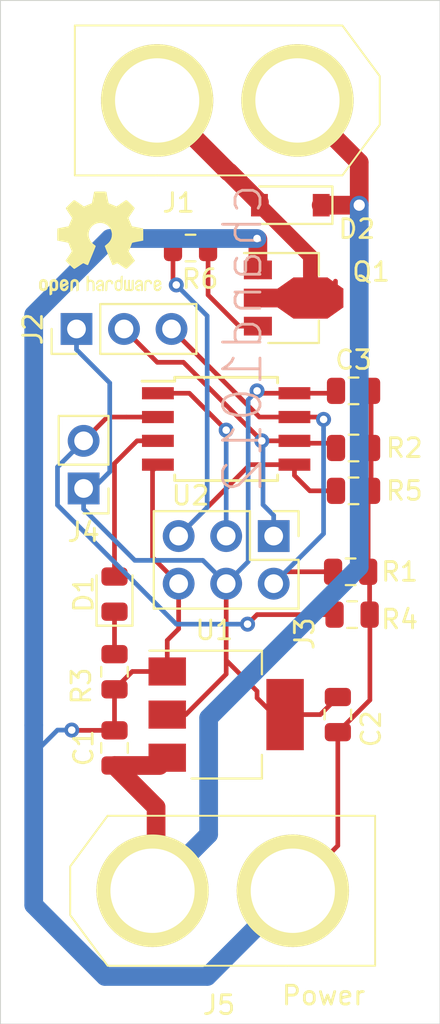
<source format=kicad_pcb>
(kicad_pcb (version 20171130) (host pcbnew "(5.1.2)-2")

  (general
    (thickness 1.6)
    (drawings 10)
    (tracks 155)
    (zones 0)
    (modules 20)
    (nets 13)
  )

  (page A4)
  (layers
    (0 F.Cu signal)
    (31 B.Cu signal)
    (32 B.Adhes user)
    (33 F.Adhes user)
    (34 B.Paste user)
    (35 F.Paste user)
    (36 B.SilkS user)
    (37 F.SilkS user)
    (38 B.Mask user)
    (39 F.Mask user)
    (40 Dwgs.User user)
    (41 Cmts.User user)
    (42 Eco1.User user)
    (43 Eco2.User user)
    (44 Edge.Cuts user)
    (45 Margin user)
    (46 B.CrtYd user)
    (47 F.CrtYd user)
    (48 B.Fab user)
    (49 F.Fab user hide)
  )

  (setup
    (last_trace_width 0.25)
    (user_trace_width 0.8)
    (trace_clearance 0.2)
    (zone_clearance 0.508)
    (zone_45_only no)
    (trace_min 0.2)
    (via_size 0.8)
    (via_drill 0.4)
    (via_min_size 0.4)
    (via_min_drill 0.3)
    (uvia_size 0.3)
    (uvia_drill 0.1)
    (uvias_allowed no)
    (uvia_min_size 0.2)
    (uvia_min_drill 0.1)
    (edge_width 0.05)
    (segment_width 0.2)
    (pcb_text_width 0.3)
    (pcb_text_size 1.5 1.5)
    (mod_edge_width 0.12)
    (mod_text_size 1 1)
    (mod_text_width 0.15)
    (pad_size 1.524 1.524)
    (pad_drill 0.762)
    (pad_to_mask_clearance 0.051)
    (solder_mask_min_width 0.25)
    (aux_axis_origin 0 0)
    (visible_elements 7FFFFFFF)
    (pcbplotparams
      (layerselection 0x010fc_ffffffff)
      (usegerberextensions false)
      (usegerberattributes false)
      (usegerberadvancedattributes false)
      (creategerberjobfile false)
      (excludeedgelayer true)
      (linewidth 0.100000)
      (plotframeref false)
      (viasonmask false)
      (mode 1)
      (useauxorigin false)
      (hpglpennumber 1)
      (hpglpenspeed 20)
      (hpglpendiameter 15.000000)
      (psnegative false)
      (psa4output false)
      (plotreference true)
      (plotvalue true)
      (plotinvisibletext false)
      (padsonsilk false)
      (subtractmaskfromsilk false)
      (outputformat 1)
      (mirror false)
      (drillshape 0)
      (scaleselection 1)
      (outputdirectory "G:/Projects/3D Printing/CABR/KiCad/Gerber/"))
  )

  (net 0 "")
  (net 1 "Net-(C1-Pad1)")
  (net 2 GND)
  (net 3 "Net-(C2-Pad1)")
  (net 4 "Net-(D1-Pad1)")
  (net 5 "Net-(D1-Pad2)")
  (net 6 "Net-(D2-Pad2)")
  (net 7 "Net-(J2-Pad2)")
  (net 8 "Net-(J2-Pad3)")
  (net 9 "Net-(J3-Pad3)")
  (net 10 "Net-(J3-Pad5)")
  (net 11 "Net-(J4-Pad2)")
  (net 12 "Net-(Q1-Pad3)")

  (net_class Default "This is the default net class."
    (clearance 0.2)
    (trace_width 0.25)
    (via_dia 0.8)
    (via_drill 0.4)
    (uvia_dia 0.3)
    (uvia_drill 0.1)
    (add_net GND)
    (add_net "Net-(C1-Pad1)")
    (add_net "Net-(C2-Pad1)")
    (add_net "Net-(D1-Pad1)")
    (add_net "Net-(D1-Pad2)")
    (add_net "Net-(D2-Pad2)")
    (add_net "Net-(J2-Pad2)")
    (add_net "Net-(J2-Pad3)")
    (add_net "Net-(J3-Pad3)")
    (add_net "Net-(J3-Pad5)")
    (add_net "Net-(J4-Pad2)")
    (add_net "Net-(Q1-Pad3)")
  )

  (module Capacitor_SMD:C_0805_2012Metric (layer F.Cu) (tedit 5B36C52B) (tstamp 5D5D5103)
    (at 156.0345 80.518)
    (descr "Capacitor SMD 0805 (2012 Metric), square (rectangular) end terminal, IPC_7351 nominal, (Body size source: https://docs.google.com/spreadsheets/d/1BsfQQcO9C6DZCsRaXUlFlo91Tg2WpOkGARC1WS5S8t0/edit?usp=sharing), generated with kicad-footprint-generator")
    (tags capacitor)
    (path /5D5D8A62)
    (attr smd)
    (fp_text reference C3 (at 0 -1.65) (layer F.SilkS)
      (effects (font (size 1 1) (thickness 0.15)))
    )
    (fp_text value 0.1uF (at 0 1.65) (layer F.Fab)
      (effects (font (size 1 1) (thickness 0.15)))
    )
    (fp_text user %R (at 0 0) (layer F.Fab)
      (effects (font (size 0.5 0.5) (thickness 0.08)))
    )
    (fp_line (start 1.68 0.95) (end -1.68 0.95) (layer F.CrtYd) (width 0.05))
    (fp_line (start 1.68 -0.95) (end 1.68 0.95) (layer F.CrtYd) (width 0.05))
    (fp_line (start -1.68 -0.95) (end 1.68 -0.95) (layer F.CrtYd) (width 0.05))
    (fp_line (start -1.68 0.95) (end -1.68 -0.95) (layer F.CrtYd) (width 0.05))
    (fp_line (start -0.258578 0.71) (end 0.258578 0.71) (layer F.SilkS) (width 0.12))
    (fp_line (start -0.258578 -0.71) (end 0.258578 -0.71) (layer F.SilkS) (width 0.12))
    (fp_line (start 1 0.6) (end -1 0.6) (layer F.Fab) (width 0.1))
    (fp_line (start 1 -0.6) (end 1 0.6) (layer F.Fab) (width 0.1))
    (fp_line (start -1 -0.6) (end 1 -0.6) (layer F.Fab) (width 0.1))
    (fp_line (start -1 0.6) (end -1 -0.6) (layer F.Fab) (width 0.1))
    (pad 2 smd roundrect (at 0.9375 0) (size 0.975 1.4) (layers F.Cu F.Paste F.Mask) (roundrect_rratio 0.25)
      (net 2 GND))
    (pad 1 smd roundrect (at -0.9375 0) (size 0.975 1.4) (layers F.Cu F.Paste F.Mask) (roundrect_rratio 0.25)
      (net 3 "Net-(C2-Pad1)"))
    (model ${KISYS3DMOD}/Capacitor_SMD.3dshapes/C_0805_2012Metric.wrl
      (at (xyz 0 0 0))
      (scale (xyz 1 1 1))
      (rotate (xyz 0 0 0))
    )
  )

  (module Symbol:OSHW-Logo2_7.3x6mm_SilkScreen (layer F.Cu) (tedit 0) (tstamp 5D3A24F6)
    (at 142.494 72.644)
    (descr "Open Source Hardware Symbol")
    (tags "Logo Symbol OSHW")
    (attr virtual)
    (fp_text reference REF** (at 0 0) (layer F.SilkS) hide
      (effects (font (size 1 1) (thickness 0.15)))
    )
    (fp_text value OSHW-Logo2_7.3x6mm_SilkScreen (at 0.75 0) (layer F.Fab) hide
      (effects (font (size 1 1) (thickness 0.15)))
    )
    (fp_poly (pts (xy 0.10391 -2.757652) (xy 0.182454 -2.757222) (xy 0.239298 -2.756058) (xy 0.278105 -2.753793)
      (xy 0.302538 -2.75006) (xy 0.316262 -2.744494) (xy 0.32294 -2.736727) (xy 0.326236 -2.726395)
      (xy 0.326556 -2.725057) (xy 0.331562 -2.700921) (xy 0.340829 -2.653299) (xy 0.353392 -2.587259)
      (xy 0.368287 -2.507872) (xy 0.384551 -2.420204) (xy 0.385119 -2.417125) (xy 0.40141 -2.331211)
      (xy 0.416652 -2.255304) (xy 0.429861 -2.193955) (xy 0.440054 -2.151718) (xy 0.446248 -2.133145)
      (xy 0.446543 -2.132816) (xy 0.464788 -2.123747) (xy 0.502405 -2.108633) (xy 0.551271 -2.090738)
      (xy 0.551543 -2.090642) (xy 0.613093 -2.067507) (xy 0.685657 -2.038035) (xy 0.754057 -2.008403)
      (xy 0.757294 -2.006938) (xy 0.868702 -1.956374) (xy 1.115399 -2.12484) (xy 1.191077 -2.176197)
      (xy 1.259631 -2.222111) (xy 1.317088 -2.25997) (xy 1.359476 -2.287163) (xy 1.382825 -2.301079)
      (xy 1.385042 -2.302111) (xy 1.40201 -2.297516) (xy 1.433701 -2.275345) (xy 1.481352 -2.234553)
      (xy 1.546198 -2.174095) (xy 1.612397 -2.109773) (xy 1.676214 -2.046388) (xy 1.733329 -1.988549)
      (xy 1.780305 -1.939825) (xy 1.813703 -1.90379) (xy 1.830085 -1.884016) (xy 1.830694 -1.882998)
      (xy 1.832505 -1.869428) (xy 1.825683 -1.847267) (xy 1.80854 -1.813522) (xy 1.779393 -1.7652)
      (xy 1.736555 -1.699308) (xy 1.679448 -1.614483) (xy 1.628766 -1.539823) (xy 1.583461 -1.47286)
      (xy 1.54615 -1.417484) (xy 1.519452 -1.37758) (xy 1.505985 -1.357038) (xy 1.505137 -1.355644)
      (xy 1.506781 -1.335962) (xy 1.519245 -1.297707) (xy 1.540048 -1.248111) (xy 1.547462 -1.232272)
      (xy 1.579814 -1.16171) (xy 1.614328 -1.081647) (xy 1.642365 -1.012371) (xy 1.662568 -0.960955)
      (xy 1.678615 -0.921881) (xy 1.687888 -0.901459) (xy 1.689041 -0.899886) (xy 1.706096 -0.897279)
      (xy 1.746298 -0.890137) (xy 1.804302 -0.879477) (xy 1.874763 -0.866315) (xy 1.952335 -0.851667)
      (xy 2.031672 -0.836551) (xy 2.107431 -0.821982) (xy 2.174264 -0.808978) (xy 2.226828 -0.798555)
      (xy 2.259776 -0.79173) (xy 2.267857 -0.789801) (xy 2.276205 -0.785038) (xy 2.282506 -0.774282)
      (xy 2.287045 -0.753902) (xy 2.290104 -0.720266) (xy 2.291967 -0.669745) (xy 2.292918 -0.598708)
      (xy 2.29324 -0.503524) (xy 2.293257 -0.464508) (xy 2.293257 -0.147201) (xy 2.217057 -0.132161)
      (xy 2.174663 -0.124005) (xy 2.1114 -0.112101) (xy 2.034962 -0.097884) (xy 1.953043 -0.08279)
      (xy 1.9304 -0.078645) (xy 1.854806 -0.063947) (xy 1.788953 -0.049495) (xy 1.738366 -0.036625)
      (xy 1.708574 -0.026678) (xy 1.703612 -0.023713) (xy 1.691426 -0.002717) (xy 1.673953 0.037967)
      (xy 1.654577 0.090322) (xy 1.650734 0.1016) (xy 1.625339 0.171523) (xy 1.593817 0.250418)
      (xy 1.562969 0.321266) (xy 1.562817 0.321595) (xy 1.511447 0.432733) (xy 1.680399 0.681253)
      (xy 1.849352 0.929772) (xy 1.632429 1.147058) (xy 1.566819 1.211726) (xy 1.506979 1.268733)
      (xy 1.456267 1.315033) (xy 1.418046 1.347584) (xy 1.395675 1.363343) (xy 1.392466 1.364343)
      (xy 1.373626 1.356469) (xy 1.33518 1.334578) (xy 1.28133 1.301267) (xy 1.216276 1.259131)
      (xy 1.14594 1.211943) (xy 1.074555 1.16381) (xy 1.010908 1.121928) (xy 0.959041 1.088871)
      (xy 0.922995 1.067218) (xy 0.906867 1.059543) (xy 0.887189 1.066037) (xy 0.849875 1.08315)
      (xy 0.802621 1.107326) (xy 0.797612 1.110013) (xy 0.733977 1.141927) (xy 0.690341 1.157579)
      (xy 0.663202 1.157745) (xy 0.649057 1.143204) (xy 0.648975 1.143) (xy 0.641905 1.125779)
      (xy 0.625042 1.084899) (xy 0.599695 1.023525) (xy 0.567171 0.944819) (xy 0.528778 0.851947)
      (xy 0.485822 0.748072) (xy 0.444222 0.647502) (xy 0.398504 0.536516) (xy 0.356526 0.433703)
      (xy 0.319548 0.342215) (xy 0.288827 0.265201) (xy 0.265622 0.205815) (xy 0.25119 0.167209)
      (xy 0.246743 0.1528) (xy 0.257896 0.136272) (xy 0.287069 0.10993) (xy 0.325971 0.080887)
      (xy 0.436757 -0.010961) (xy 0.523351 -0.116241) (xy 0.584716 -0.232734) (xy 0.619815 -0.358224)
      (xy 0.627608 -0.490493) (xy 0.621943 -0.551543) (xy 0.591078 -0.678205) (xy 0.53792 -0.790059)
      (xy 0.465767 -0.885999) (xy 0.377917 -0.964924) (xy 0.277665 -1.02573) (xy 0.16831 -1.067313)
      (xy 0.053147 -1.088572) (xy -0.064525 -1.088401) (xy -0.18141 -1.065699) (xy -0.294211 -1.019362)
      (xy -0.399631 -0.948287) (xy -0.443632 -0.908089) (xy -0.528021 -0.804871) (xy -0.586778 -0.692075)
      (xy -0.620296 -0.57299) (xy -0.628965 -0.450905) (xy -0.613177 -0.329107) (xy -0.573322 -0.210884)
      (xy -0.509793 -0.099525) (xy -0.422979 0.001684) (xy -0.325971 0.080887) (xy -0.285563 0.111162)
      (xy -0.257018 0.137219) (xy -0.246743 0.152825) (xy -0.252123 0.169843) (xy -0.267425 0.2105)
      (xy -0.291388 0.271642) (xy -0.322756 0.350119) (xy -0.360268 0.44278) (xy -0.402667 0.546472)
      (xy -0.444337 0.647526) (xy -0.49031 0.758607) (xy -0.532893 0.861541) (xy -0.570779 0.953165)
      (xy -0.60266 1.030316) (xy -0.627229 1.089831) (xy -0.64318 1.128544) (xy -0.64909 1.143)
      (xy -0.663052 1.157685) (xy -0.69006 1.157642) (xy -0.733587 1.142099) (xy -0.79711 1.110284)
      (xy -0.797612 1.110013) (xy -0.84544 1.085323) (xy -0.884103 1.067338) (xy -0.905905 1.059614)
      (xy -0.906867 1.059543) (xy -0.923279 1.067378) (xy -0.959513 1.089165) (xy -1.011526 1.122328)
      (xy -1.075275 1.164291) (xy -1.14594 1.211943) (xy -1.217884 1.260191) (xy -1.282726 1.302151)
      (xy -1.336265 1.335227) (xy -1.374303 1.356821) (xy -1.392467 1.364343) (xy -1.409192 1.354457)
      (xy -1.44282 1.326826) (xy -1.48999 1.284495) (xy -1.547342 1.230505) (xy -1.611516 1.167899)
      (xy -1.632503 1.146983) (xy -1.849501 0.929623) (xy -1.684332 0.68722) (xy -1.634136 0.612781)
      (xy -1.590081 0.545972) (xy -1.554638 0.490665) (xy -1.530281 0.450729) (xy -1.519478 0.430036)
      (xy -1.519162 0.428563) (xy -1.524857 0.409058) (xy -1.540174 0.369822) (xy -1.562463 0.31743)
      (xy -1.578107 0.282355) (xy -1.607359 0.215201) (xy -1.634906 0.147358) (xy -1.656263 0.090034)
      (xy -1.662065 0.072572) (xy -1.678548 0.025938) (xy -1.69466 -0.010095) (xy -1.70351 -0.023713)
      (xy -1.72304 -0.032048) (xy -1.765666 -0.043863) (xy -1.825855 -0.057819) (xy -1.898078 -0.072578)
      (xy -1.9304 -0.078645) (xy -2.012478 -0.093727) (xy -2.091205 -0.108331) (xy -2.158891 -0.12102)
      (xy -2.20784 -0.130358) (xy -2.217057 -0.132161) (xy -2.293257 -0.147201) (xy -2.293257 -0.464508)
      (xy -2.293086 -0.568846) (xy -2.292384 -0.647787) (xy -2.290866 -0.704962) (xy -2.288251 -0.744001)
      (xy -2.284254 -0.768535) (xy -2.278591 -0.782195) (xy -2.27098 -0.788611) (xy -2.267857 -0.789801)
      (xy -2.249022 -0.79402) (xy -2.207412 -0.802438) (xy -2.14837 -0.814039) (xy -2.077243 -0.827805)
      (xy -1.999375 -0.84272) (xy -1.920113 -0.857768) (xy -1.844802 -0.871931) (xy -1.778787 -0.884194)
      (xy -1.727413 -0.893539) (xy -1.696025 -0.89895) (xy -1.689041 -0.899886) (xy -1.682715 -0.912404)
      (xy -1.66871 -0.945754) (xy -1.649645 -0.993623) (xy -1.642366 -1.012371) (xy -1.613004 -1.084805)
      (xy -1.578429 -1.16483) (xy -1.547463 -1.232272) (xy -1.524677 -1.283841) (xy -1.509518 -1.326215)
      (xy -1.504458 -1.352166) (xy -1.505264 -1.355644) (xy -1.515959 -1.372064) (xy -1.54038 -1.408583)
      (xy -1.575905 -1.461313) (xy -1.619913 -1.526365) (xy -1.669783 -1.599849) (xy -1.679644 -1.614355)
      (xy -1.737508 -1.700296) (xy -1.780044 -1.765739) (xy -1.808946 -1.813696) (xy -1.82591 -1.84718)
      (xy -1.832633 -1.869205) (xy -1.83081 -1.882783) (xy -1.830764 -1.882869) (xy -1.816414 -1.900703)
      (xy -1.784677 -1.935183) (xy -1.73899 -1.982732) (xy -1.682796 -2.039778) (xy -1.619532 -2.102745)
      (xy -1.612398 -2.109773) (xy -1.53267 -2.18698) (xy -1.471143 -2.24367) (xy -1.426579 -2.28089)
      (xy -1.397743 -2.299685) (xy -1.385042 -2.302111) (xy -1.366506 -2.291529) (xy -1.328039 -2.267084)
      (xy -1.273614 -2.231388) (xy -1.207202 -2.187053) (xy -1.132775 -2.136689) (xy -1.115399 -2.12484)
      (xy -0.868703 -1.956374) (xy -0.757294 -2.006938) (xy -0.689543 -2.036405) (xy -0.616817 -2.066041)
      (xy -0.554297 -2.08967) (xy -0.551543 -2.090642) (xy -0.50264 -2.108543) (xy -0.464943 -2.12368)
      (xy -0.446575 -2.13279) (xy -0.446544 -2.132816) (xy -0.440715 -2.149283) (xy -0.430808 -2.189781)
      (xy -0.417805 -2.249758) (xy -0.402691 -2.32466) (xy -0.386448 -2.409936) (xy -0.385119 -2.417125)
      (xy -0.368825 -2.504986) (xy -0.353867 -2.58474) (xy -0.341209 -2.651319) (xy -0.331814 -2.699653)
      (xy -0.326646 -2.724675) (xy -0.326556 -2.725057) (xy -0.323411 -2.735701) (xy -0.317296 -2.743738)
      (xy -0.304547 -2.749533) (xy -0.2815 -2.753453) (xy -0.244491 -2.755865) (xy -0.189856 -2.757135)
      (xy -0.113933 -2.757629) (xy -0.013056 -2.757714) (xy 0 -2.757714) (xy 0.10391 -2.757652)) (layer F.SilkS) (width 0.01))
    (fp_poly (pts (xy 3.153595 1.966966) (xy 3.211021 2.004497) (xy 3.238719 2.038096) (xy 3.260662 2.099064)
      (xy 3.262405 2.147308) (xy 3.258457 2.211816) (xy 3.109686 2.276934) (xy 3.037349 2.310202)
      (xy 2.990084 2.336964) (xy 2.965507 2.360144) (xy 2.961237 2.382667) (xy 2.974889 2.407455)
      (xy 2.989943 2.423886) (xy 3.033746 2.450235) (xy 3.081389 2.452081) (xy 3.125145 2.431546)
      (xy 3.157289 2.390752) (xy 3.163038 2.376347) (xy 3.190576 2.331356) (xy 3.222258 2.312182)
      (xy 3.265714 2.295779) (xy 3.265714 2.357966) (xy 3.261872 2.400283) (xy 3.246823 2.435969)
      (xy 3.21528 2.476943) (xy 3.210592 2.482267) (xy 3.175506 2.51872) (xy 3.145347 2.538283)
      (xy 3.107615 2.547283) (xy 3.076335 2.55023) (xy 3.020385 2.550965) (xy 2.980555 2.54166)
      (xy 2.955708 2.527846) (xy 2.916656 2.497467) (xy 2.889625 2.464613) (xy 2.872517 2.423294)
      (xy 2.863238 2.367521) (xy 2.859693 2.291305) (xy 2.85941 2.252622) (xy 2.860372 2.206247)
      (xy 2.948007 2.206247) (xy 2.949023 2.231126) (xy 2.951556 2.2352) (xy 2.968274 2.229665)
      (xy 3.004249 2.215017) (xy 3.052331 2.19419) (xy 3.062386 2.189714) (xy 3.123152 2.158814)
      (xy 3.156632 2.131657) (xy 3.16399 2.10622) (xy 3.146391 2.080481) (xy 3.131856 2.069109)
      (xy 3.07941 2.046364) (xy 3.030322 2.050122) (xy 2.989227 2.077884) (xy 2.960758 2.127152)
      (xy 2.951631 2.166257) (xy 2.948007 2.206247) (xy 2.860372 2.206247) (xy 2.861285 2.162249)
      (xy 2.868196 2.095384) (xy 2.881884 2.046695) (xy 2.904096 2.010849) (xy 2.936574 1.982513)
      (xy 2.950733 1.973355) (xy 3.015053 1.949507) (xy 3.085473 1.948006) (xy 3.153595 1.966966)) (layer F.SilkS) (width 0.01))
    (fp_poly (pts (xy 2.6526 1.958752) (xy 2.669948 1.966334) (xy 2.711356 1.999128) (xy 2.746765 2.046547)
      (xy 2.768664 2.097151) (xy 2.772229 2.122098) (xy 2.760279 2.156927) (xy 2.734067 2.175357)
      (xy 2.705964 2.186516) (xy 2.693095 2.188572) (xy 2.686829 2.173649) (xy 2.674456 2.141175)
      (xy 2.669028 2.126502) (xy 2.63859 2.075744) (xy 2.59452 2.050427) (xy 2.53801 2.051206)
      (xy 2.533825 2.052203) (xy 2.503655 2.066507) (xy 2.481476 2.094393) (xy 2.466327 2.139287)
      (xy 2.45725 2.204615) (xy 2.453286 2.293804) (xy 2.452914 2.341261) (xy 2.45273 2.416071)
      (xy 2.451522 2.467069) (xy 2.448309 2.499471) (xy 2.442109 2.518495) (xy 2.43194 2.529356)
      (xy 2.416819 2.537272) (xy 2.415946 2.53767) (xy 2.386828 2.549981) (xy 2.372403 2.554514)
      (xy 2.370186 2.540809) (xy 2.368289 2.502925) (xy 2.366847 2.445715) (xy 2.365998 2.374027)
      (xy 2.365829 2.321565) (xy 2.366692 2.220047) (xy 2.37007 2.143032) (xy 2.377142 2.086023)
      (xy 2.389088 2.044526) (xy 2.40709 2.014043) (xy 2.432327 1.99008) (xy 2.457247 1.973355)
      (xy 2.517171 1.951097) (xy 2.586911 1.946076) (xy 2.6526 1.958752)) (layer F.SilkS) (width 0.01))
    (fp_poly (pts (xy 2.144876 1.956335) (xy 2.186667 1.975344) (xy 2.219469 1.998378) (xy 2.243503 2.024133)
      (xy 2.260097 2.057358) (xy 2.270577 2.1028) (xy 2.276271 2.165207) (xy 2.278507 2.249327)
      (xy 2.278743 2.304721) (xy 2.278743 2.520826) (xy 2.241774 2.53767) (xy 2.212656 2.549981)
      (xy 2.198231 2.554514) (xy 2.195472 2.541025) (xy 2.193282 2.504653) (xy 2.191942 2.451542)
      (xy 2.191657 2.409372) (xy 2.190434 2.348447) (xy 2.187136 2.300115) (xy 2.182321 2.270518)
      (xy 2.178496 2.264229) (xy 2.152783 2.270652) (xy 2.112418 2.287125) (xy 2.065679 2.309458)
      (xy 2.020845 2.333457) (xy 1.986193 2.35493) (xy 1.970002 2.369685) (xy 1.969938 2.369845)
      (xy 1.97133 2.397152) (xy 1.983818 2.423219) (xy 2.005743 2.444392) (xy 2.037743 2.451474)
      (xy 2.065092 2.450649) (xy 2.103826 2.450042) (xy 2.124158 2.459116) (xy 2.136369 2.483092)
      (xy 2.137909 2.487613) (xy 2.143203 2.521806) (xy 2.129047 2.542568) (xy 2.092148 2.552462)
      (xy 2.052289 2.554292) (xy 1.980562 2.540727) (xy 1.943432 2.521355) (xy 1.897576 2.475845)
      (xy 1.873256 2.419983) (xy 1.871073 2.360957) (xy 1.891629 2.305953) (xy 1.922549 2.271486)
      (xy 1.95342 2.252189) (xy 2.001942 2.227759) (xy 2.058485 2.202985) (xy 2.06791 2.199199)
      (xy 2.130019 2.171791) (xy 2.165822 2.147634) (xy 2.177337 2.123619) (xy 2.16658 2.096635)
      (xy 2.148114 2.075543) (xy 2.104469 2.049572) (xy 2.056446 2.047624) (xy 2.012406 2.067637)
      (xy 1.980709 2.107551) (xy 1.976549 2.117848) (xy 1.952327 2.155724) (xy 1.916965 2.183842)
      (xy 1.872343 2.206917) (xy 1.872343 2.141485) (xy 1.874969 2.101506) (xy 1.88623 2.069997)
      (xy 1.911199 2.036378) (xy 1.935169 2.010484) (xy 1.972441 1.973817) (xy 2.001401 1.954121)
      (xy 2.032505 1.94622) (xy 2.067713 1.944914) (xy 2.144876 1.956335)) (layer F.SilkS) (width 0.01))
    (fp_poly (pts (xy 1.779833 1.958663) (xy 1.782048 1.99685) (xy 1.783784 2.054886) (xy 1.784899 2.12818)
      (xy 1.785257 2.205055) (xy 1.785257 2.465196) (xy 1.739326 2.511127) (xy 1.707675 2.539429)
      (xy 1.67989 2.550893) (xy 1.641915 2.550168) (xy 1.62684 2.548321) (xy 1.579726 2.542948)
      (xy 1.540756 2.539869) (xy 1.531257 2.539585) (xy 1.499233 2.541445) (xy 1.453432 2.546114)
      (xy 1.435674 2.548321) (xy 1.392057 2.551735) (xy 1.362745 2.54432) (xy 1.33368 2.521427)
      (xy 1.323188 2.511127) (xy 1.277257 2.465196) (xy 1.277257 1.978602) (xy 1.314226 1.961758)
      (xy 1.346059 1.949282) (xy 1.364683 1.944914) (xy 1.369458 1.958718) (xy 1.373921 1.997286)
      (xy 1.377775 2.056356) (xy 1.380722 2.131663) (xy 1.382143 2.195286) (xy 1.386114 2.445657)
      (xy 1.420759 2.450556) (xy 1.452268 2.447131) (xy 1.467708 2.436041) (xy 1.472023 2.415308)
      (xy 1.475708 2.371145) (xy 1.478469 2.309146) (xy 1.480012 2.234909) (xy 1.480235 2.196706)
      (xy 1.480457 1.976783) (xy 1.526166 1.960849) (xy 1.558518 1.950015) (xy 1.576115 1.944962)
      (xy 1.576623 1.944914) (xy 1.578388 1.958648) (xy 1.580329 1.99673) (xy 1.582282 2.054482)
      (xy 1.584084 2.127227) (xy 1.585343 2.195286) (xy 1.589314 2.445657) (xy 1.6764 2.445657)
      (xy 1.680396 2.21724) (xy 1.684392 1.988822) (xy 1.726847 1.966868) (xy 1.758192 1.951793)
      (xy 1.776744 1.944951) (xy 1.777279 1.944914) (xy 1.779833 1.958663)) (layer F.SilkS) (width 0.01))
    (fp_poly (pts (xy 1.190117 2.065358) (xy 1.189933 2.173837) (xy 1.189219 2.257287) (xy 1.187675 2.319704)
      (xy 1.185001 2.365085) (xy 1.180894 2.397429) (xy 1.175055 2.420733) (xy 1.167182 2.438995)
      (xy 1.161221 2.449418) (xy 1.111855 2.505945) (xy 1.049264 2.541377) (xy 0.980013 2.55409)
      (xy 0.910668 2.542463) (xy 0.869375 2.521568) (xy 0.826025 2.485422) (xy 0.796481 2.441276)
      (xy 0.778655 2.383462) (xy 0.770463 2.306313) (xy 0.769302 2.249714) (xy 0.769458 2.245647)
      (xy 0.870857 2.245647) (xy 0.871476 2.31055) (xy 0.874314 2.353514) (xy 0.88084 2.381622)
      (xy 0.892523 2.401953) (xy 0.906483 2.417288) (xy 0.953365 2.44689) (xy 1.003701 2.449419)
      (xy 1.051276 2.424705) (xy 1.054979 2.421356) (xy 1.070783 2.403935) (xy 1.080693 2.383209)
      (xy 1.086058 2.352362) (xy 1.088228 2.304577) (xy 1.088571 2.251748) (xy 1.087827 2.185381)
      (xy 1.084748 2.141106) (xy 1.078061 2.112009) (xy 1.066496 2.091173) (xy 1.057013 2.080107)
      (xy 1.01296 2.052198) (xy 0.962224 2.048843) (xy 0.913796 2.070159) (xy 0.90445 2.078073)
      (xy 0.88854 2.095647) (xy 0.87861 2.116587) (xy 0.873278 2.147782) (xy 0.871163 2.196122)
      (xy 0.870857 2.245647) (xy 0.769458 2.245647) (xy 0.77281 2.158568) (xy 0.784726 2.090086)
      (xy 0.807135 2.0386) (xy 0.842124 1.998443) (xy 0.869375 1.977861) (xy 0.918907 1.955625)
      (xy 0.976316 1.945304) (xy 1.029682 1.948067) (xy 1.059543 1.959212) (xy 1.071261 1.962383)
      (xy 1.079037 1.950557) (xy 1.084465 1.918866) (xy 1.088571 1.870593) (xy 1.093067 1.816829)
      (xy 1.099313 1.784482) (xy 1.110676 1.765985) (xy 1.130528 1.75377) (xy 1.143 1.748362)
      (xy 1.190171 1.728601) (xy 1.190117 2.065358)) (layer F.SilkS) (width 0.01))
    (fp_poly (pts (xy 0.529926 1.949755) (xy 0.595858 1.974084) (xy 0.649273 2.017117) (xy 0.670164 2.047409)
      (xy 0.692939 2.102994) (xy 0.692466 2.143186) (xy 0.668562 2.170217) (xy 0.659717 2.174813)
      (xy 0.62153 2.189144) (xy 0.602028 2.185472) (xy 0.595422 2.161407) (xy 0.595086 2.148114)
      (xy 0.582992 2.09921) (xy 0.551471 2.064999) (xy 0.507659 2.048476) (xy 0.458695 2.052634)
      (xy 0.418894 2.074227) (xy 0.40545 2.086544) (xy 0.395921 2.101487) (xy 0.389485 2.124075)
      (xy 0.385317 2.159328) (xy 0.382597 2.212266) (xy 0.380502 2.287907) (xy 0.37996 2.311857)
      (xy 0.377981 2.39379) (xy 0.375731 2.451455) (xy 0.372357 2.489608) (xy 0.367006 2.513004)
      (xy 0.358824 2.526398) (xy 0.346959 2.534545) (xy 0.339362 2.538144) (xy 0.307102 2.550452)
      (xy 0.288111 2.554514) (xy 0.281836 2.540948) (xy 0.278006 2.499934) (xy 0.2766 2.430999)
      (xy 0.277598 2.333669) (xy 0.277908 2.318657) (xy 0.280101 2.229859) (xy 0.282693 2.165019)
      (xy 0.286382 2.119067) (xy 0.291864 2.086935) (xy 0.299835 2.063553) (xy 0.310993 2.043852)
      (xy 0.31683 2.03541) (xy 0.350296 1.998057) (xy 0.387727 1.969003) (xy 0.392309 1.966467)
      (xy 0.459426 1.946443) (xy 0.529926 1.949755)) (layer F.SilkS) (width 0.01))
    (fp_poly (pts (xy 0.039744 1.950968) (xy 0.096616 1.972087) (xy 0.097267 1.972493) (xy 0.13244 1.99838)
      (xy 0.158407 2.028633) (xy 0.17667 2.068058) (xy 0.188732 2.121462) (xy 0.196096 2.193651)
      (xy 0.200264 2.289432) (xy 0.200629 2.303078) (xy 0.205876 2.508842) (xy 0.161716 2.531678)
      (xy 0.129763 2.54711) (xy 0.11047 2.554423) (xy 0.109578 2.554514) (xy 0.106239 2.541022)
      (xy 0.103587 2.504626) (xy 0.101956 2.451452) (xy 0.1016 2.408393) (xy 0.101592 2.338641)
      (xy 0.098403 2.294837) (xy 0.087288 2.273944) (xy 0.063501 2.272925) (xy 0.022296 2.288741)
      (xy -0.039914 2.317815) (xy -0.085659 2.341963) (xy -0.109187 2.362913) (xy -0.116104 2.385747)
      (xy -0.116114 2.386877) (xy -0.104701 2.426212) (xy -0.070908 2.447462) (xy -0.019191 2.450539)
      (xy 0.018061 2.450006) (xy 0.037703 2.460735) (xy 0.049952 2.486505) (xy 0.057002 2.519337)
      (xy 0.046842 2.537966) (xy 0.043017 2.540632) (xy 0.007001 2.55134) (xy -0.043434 2.552856)
      (xy -0.095374 2.545759) (xy -0.132178 2.532788) (xy -0.183062 2.489585) (xy -0.211986 2.429446)
      (xy -0.217714 2.382462) (xy -0.213343 2.340082) (xy -0.197525 2.305488) (xy -0.166203 2.274763)
      (xy -0.115322 2.24399) (xy -0.040824 2.209252) (xy -0.036286 2.207288) (xy 0.030821 2.176287)
      (xy 0.072232 2.150862) (xy 0.089981 2.128014) (xy 0.086107 2.104745) (xy 0.062643 2.078056)
      (xy 0.055627 2.071914) (xy 0.00863 2.0481) (xy -0.040067 2.049103) (xy -0.082478 2.072451)
      (xy -0.110616 2.115675) (xy -0.113231 2.12416) (xy -0.138692 2.165308) (xy -0.170999 2.185128)
      (xy -0.217714 2.20477) (xy -0.217714 2.15395) (xy -0.203504 2.080082) (xy -0.161325 2.012327)
      (xy -0.139376 1.989661) (xy -0.089483 1.960569) (xy -0.026033 1.9474) (xy 0.039744 1.950968)) (layer F.SilkS) (width 0.01))
    (fp_poly (pts (xy -0.624114 1.851289) (xy -0.619861 1.910613) (xy -0.614975 1.945572) (xy -0.608205 1.96082)
      (xy -0.598298 1.961015) (xy -0.595086 1.959195) (xy -0.552356 1.946015) (xy -0.496773 1.946785)
      (xy -0.440263 1.960333) (xy -0.404918 1.977861) (xy -0.368679 2.005861) (xy -0.342187 2.037549)
      (xy -0.324001 2.077813) (xy -0.312678 2.131543) (xy -0.306778 2.203626) (xy -0.304857 2.298951)
      (xy -0.304823 2.317237) (xy -0.3048 2.522646) (xy -0.350509 2.53858) (xy -0.382973 2.54942)
      (xy -0.400785 2.554468) (xy -0.401309 2.554514) (xy -0.403063 2.540828) (xy -0.404556 2.503076)
      (xy -0.405674 2.446224) (xy -0.406303 2.375234) (xy -0.4064 2.332073) (xy -0.406602 2.246973)
      (xy -0.407642 2.185981) (xy -0.410169 2.144177) (xy -0.414836 2.116642) (xy -0.422293 2.098456)
      (xy -0.433189 2.084698) (xy -0.439993 2.078073) (xy -0.486728 2.051375) (xy -0.537728 2.049375)
      (xy -0.583999 2.071955) (xy -0.592556 2.080107) (xy -0.605107 2.095436) (xy -0.613812 2.113618)
      (xy -0.619369 2.139909) (xy -0.622474 2.179562) (xy -0.623824 2.237832) (xy -0.624114 2.318173)
      (xy -0.624114 2.522646) (xy -0.669823 2.53858) (xy -0.702287 2.54942) (xy -0.720099 2.554468)
      (xy -0.720623 2.554514) (xy -0.721963 2.540623) (xy -0.723172 2.501439) (xy -0.724199 2.4407)
      (xy -0.724998 2.362141) (xy -0.725519 2.269498) (xy -0.725714 2.166509) (xy -0.725714 1.769342)
      (xy -0.678543 1.749444) (xy -0.631371 1.729547) (xy -0.624114 1.851289)) (layer F.SilkS) (width 0.01))
    (fp_poly (pts (xy -1.831697 1.931239) (xy -1.774473 1.969735) (xy -1.730251 2.025335) (xy -1.703833 2.096086)
      (xy -1.69849 2.148162) (xy -1.699097 2.169893) (xy -1.704178 2.186531) (xy -1.718145 2.201437)
      (xy -1.745411 2.217973) (xy -1.790388 2.239498) (xy -1.857489 2.269374) (xy -1.857829 2.269524)
      (xy -1.919593 2.297813) (xy -1.970241 2.322933) (xy -2.004596 2.342179) (xy -2.017482 2.352848)
      (xy -2.017486 2.352934) (xy -2.006128 2.376166) (xy -1.979569 2.401774) (xy -1.949077 2.420221)
      (xy -1.93363 2.423886) (xy -1.891485 2.411212) (xy -1.855192 2.379471) (xy -1.837483 2.344572)
      (xy -1.820448 2.318845) (xy -1.787078 2.289546) (xy -1.747851 2.264235) (xy -1.713244 2.250471)
      (xy -1.706007 2.249714) (xy -1.697861 2.26216) (xy -1.69737 2.293972) (xy -1.703357 2.336866)
      (xy -1.714643 2.382558) (xy -1.73005 2.422761) (xy -1.730829 2.424322) (xy -1.777196 2.489062)
      (xy -1.837289 2.533097) (xy -1.905535 2.554711) (xy -1.976362 2.552185) (xy -2.044196 2.523804)
      (xy -2.047212 2.521808) (xy -2.100573 2.473448) (xy -2.13566 2.410352) (xy -2.155078 2.327387)
      (xy -2.157684 2.304078) (xy -2.162299 2.194055) (xy -2.156767 2.142748) (xy -2.017486 2.142748)
      (xy -2.015676 2.174753) (xy -2.005778 2.184093) (xy -1.981102 2.177105) (xy -1.942205 2.160587)
      (xy -1.898725 2.139881) (xy -1.897644 2.139333) (xy -1.860791 2.119949) (xy -1.846 2.107013)
      (xy -1.849647 2.093451) (xy -1.865005 2.075632) (xy -1.904077 2.049845) (xy -1.946154 2.04795)
      (xy -1.983897 2.066717) (xy -2.009966 2.102915) (xy -2.017486 2.142748) (xy -2.156767 2.142748)
      (xy -2.152806 2.106027) (xy -2.12845 2.036212) (xy -2.094544 1.987302) (xy -2.033347 1.937878)
      (xy -1.965937 1.913359) (xy -1.89712 1.911797) (xy -1.831697 1.931239)) (layer F.SilkS) (width 0.01))
    (fp_poly (pts (xy -2.958885 1.921962) (xy -2.890855 1.957733) (xy -2.840649 2.015301) (xy -2.822815 2.052312)
      (xy -2.808937 2.107882) (xy -2.801833 2.178096) (xy -2.80116 2.254727) (xy -2.806573 2.329552)
      (xy -2.81773 2.394342) (xy -2.834286 2.440873) (xy -2.839374 2.448887) (xy -2.899645 2.508707)
      (xy -2.971231 2.544535) (xy -3.048908 2.55502) (xy -3.127452 2.53881) (xy -3.149311 2.529092)
      (xy -3.191878 2.499143) (xy -3.229237 2.459433) (xy -3.232768 2.454397) (xy -3.247119 2.430124)
      (xy -3.256606 2.404178) (xy -3.26221 2.370022) (xy -3.264914 2.321119) (xy -3.265701 2.250935)
      (xy -3.265714 2.2352) (xy -3.265678 2.230192) (xy -3.120571 2.230192) (xy -3.119727 2.29643)
      (xy -3.116404 2.340386) (xy -3.109417 2.368779) (xy -3.097584 2.388325) (xy -3.091543 2.394857)
      (xy -3.056814 2.41968) (xy -3.023097 2.418548) (xy -2.989005 2.397016) (xy -2.968671 2.374029)
      (xy -2.956629 2.340478) (xy -2.949866 2.287569) (xy -2.949402 2.281399) (xy -2.948248 2.185513)
      (xy -2.960312 2.114299) (xy -2.98543 2.068194) (xy -3.02344 2.047635) (xy -3.037008 2.046514)
      (xy -3.072636 2.052152) (xy -3.097006 2.071686) (xy -3.111907 2.109042) (xy -3.119125 2.16815)
      (xy -3.120571 2.230192) (xy -3.265678 2.230192) (xy -3.265174 2.160413) (xy -3.262904 2.108159)
      (xy -3.257932 2.071949) (xy -3.249287 2.045299) (xy -3.235995 2.021722) (xy -3.233057 2.017338)
      (xy -3.183687 1.958249) (xy -3.129891 1.923947) (xy -3.064398 1.910331) (xy -3.042158 1.909665)
      (xy -2.958885 1.921962)) (layer F.SilkS) (width 0.01))
    (fp_poly (pts (xy -1.283907 1.92778) (xy -1.237328 1.954723) (xy -1.204943 1.981466) (xy -1.181258 2.009484)
      (xy -1.164941 2.043748) (xy -1.154661 2.089227) (xy -1.149086 2.150892) (xy -1.146884 2.233711)
      (xy -1.146629 2.293246) (xy -1.146629 2.512391) (xy -1.208314 2.540044) (xy -1.27 2.567697)
      (xy -1.277257 2.32767) (xy -1.280256 2.238028) (xy -1.283402 2.172962) (xy -1.287299 2.128026)
      (xy -1.292553 2.09877) (xy -1.299769 2.080748) (xy -1.30955 2.069511) (xy -1.312688 2.067079)
      (xy -1.360239 2.048083) (xy -1.408303 2.0556) (xy -1.436914 2.075543) (xy -1.448553 2.089675)
      (xy -1.456609 2.10822) (xy -1.461729 2.136334) (xy -1.464559 2.179173) (xy -1.465744 2.241895)
      (xy -1.465943 2.307261) (xy -1.465982 2.389268) (xy -1.467386 2.447316) (xy -1.472086 2.486465)
      (xy -1.482013 2.51178) (xy -1.499097 2.528323) (xy -1.525268 2.541156) (xy -1.560225 2.554491)
      (xy -1.598404 2.569007) (xy -1.593859 2.311389) (xy -1.592029 2.218519) (xy -1.589888 2.149889)
      (xy -1.586819 2.100711) (xy -1.582206 2.066198) (xy -1.575432 2.041562) (xy -1.565881 2.022016)
      (xy -1.554366 2.00477) (xy -1.49881 1.94968) (xy -1.43102 1.917822) (xy -1.357287 1.910191)
      (xy -1.283907 1.92778)) (layer F.SilkS) (width 0.01))
    (fp_poly (pts (xy -2.400256 1.919918) (xy -2.344799 1.947568) (xy -2.295852 1.99848) (xy -2.282371 2.017338)
      (xy -2.267686 2.042015) (xy -2.258158 2.068816) (xy -2.252707 2.104587) (xy -2.250253 2.156169)
      (xy -2.249714 2.224267) (xy -2.252148 2.317588) (xy -2.260606 2.387657) (xy -2.276826 2.439931)
      (xy -2.302546 2.479869) (xy -2.339503 2.512929) (xy -2.342218 2.514886) (xy -2.37864 2.534908)
      (xy -2.422498 2.544815) (xy -2.478276 2.547257) (xy -2.568952 2.547257) (xy -2.56899 2.635283)
      (xy -2.569834 2.684308) (xy -2.574976 2.713065) (xy -2.588413 2.730311) (xy -2.614142 2.744808)
      (xy -2.620321 2.747769) (xy -2.649236 2.761648) (xy -2.671624 2.770414) (xy -2.688271 2.771171)
      (xy -2.699964 2.761023) (xy -2.70749 2.737073) (xy -2.711634 2.696426) (xy -2.713185 2.636186)
      (xy -2.712929 2.553455) (xy -2.711651 2.445339) (xy -2.711252 2.413) (xy -2.709815 2.301524)
      (xy -2.708528 2.228603) (xy -2.569029 2.228603) (xy -2.568245 2.290499) (xy -2.56476 2.330997)
      (xy -2.556876 2.357708) (xy -2.542895 2.378244) (xy -2.533403 2.38826) (xy -2.494596 2.417567)
      (xy -2.460237 2.419952) (xy -2.424784 2.39575) (xy -2.423886 2.394857) (xy -2.409461 2.376153)
      (xy -2.400687 2.350732) (xy -2.396261 2.311584) (xy -2.394882 2.251697) (xy -2.394857 2.23843)
      (xy -2.398188 2.155901) (xy -2.409031 2.098691) (xy -2.42866 2.063766) (xy -2.45835 2.048094)
      (xy -2.475509 2.046514) (xy -2.516234 2.053926) (xy -2.544168 2.07833) (xy -2.560983 2.12298)
      (xy -2.56835 2.19113) (xy -2.569029 2.228603) (xy -2.708528 2.228603) (xy -2.708292 2.215245)
      (xy -2.706323 2.150333) (xy -2.70355 2.102958) (xy -2.699612 2.06929) (xy -2.694151 2.045498)
      (xy -2.686808 2.027753) (xy -2.677223 2.012224) (xy -2.673113 2.006381) (xy -2.618595 1.951185)
      (xy -2.549664 1.91989) (xy -2.469928 1.911165) (xy -2.400256 1.919918)) (layer F.SilkS) (width 0.01))
  )

  (module Connector_PinHeader_2.54mm:PinHeader_2x03_P2.54mm_Vertical (layer F.Cu) (tedit 59FED5CC) (tstamp 5D38E0E5)
    (at 151.765 88.265 270)
    (descr "Through hole straight pin header, 2x03, 2.54mm pitch, double rows")
    (tags "Through hole pin header THT 2x03 2.54mm double row")
    (path /5D387500)
    (fp_text reference J3 (at 5.207 -1.651 90) (layer F.SilkS)
      (effects (font (size 1 1) (thickness 0.15)))
    )
    (fp_text value "Program Header" (at 1.27 7.41 90) (layer F.Fab)
      (effects (font (size 1 1) (thickness 0.15)))
    )
    (fp_line (start 0 -1.27) (end 3.81 -1.27) (layer F.Fab) (width 0.1))
    (fp_line (start 3.81 -1.27) (end 3.81 6.35) (layer F.Fab) (width 0.1))
    (fp_line (start 3.81 6.35) (end -1.27 6.35) (layer F.Fab) (width 0.1))
    (fp_line (start -1.27 6.35) (end -1.27 0) (layer F.Fab) (width 0.1))
    (fp_line (start -1.27 0) (end 0 -1.27) (layer F.Fab) (width 0.1))
    (fp_line (start -1.33 6.41) (end 3.87 6.41) (layer F.SilkS) (width 0.12))
    (fp_line (start -1.33 1.27) (end -1.33 6.41) (layer F.SilkS) (width 0.12))
    (fp_line (start 3.87 -1.33) (end 3.87 6.41) (layer F.SilkS) (width 0.12))
    (fp_line (start -1.33 1.27) (end 1.27 1.27) (layer F.SilkS) (width 0.12))
    (fp_line (start 1.27 1.27) (end 1.27 -1.33) (layer F.SilkS) (width 0.12))
    (fp_line (start 1.27 -1.33) (end 3.87 -1.33) (layer F.SilkS) (width 0.12))
    (fp_line (start -1.33 0) (end -1.33 -1.33) (layer F.SilkS) (width 0.12))
    (fp_line (start -1.33 -1.33) (end 0 -1.33) (layer F.SilkS) (width 0.12))
    (fp_line (start -1.8 -1.8) (end -1.8 6.85) (layer F.CrtYd) (width 0.05))
    (fp_line (start -1.8 6.85) (end 4.35 6.85) (layer F.CrtYd) (width 0.05))
    (fp_line (start 4.35 6.85) (end 4.35 -1.8) (layer F.CrtYd) (width 0.05))
    (fp_line (start 4.35 -1.8) (end -1.8 -1.8) (layer F.CrtYd) (width 0.05))
    (fp_text user %R (at 1.27 2.54) (layer F.Fab)
      (effects (font (size 1 1) (thickness 0.15)))
    )
    (pad 1 thru_hole rect (at 0 0 270) (size 1.7 1.7) (drill 1) (layers *.Cu *.Mask)
      (net 7 "Net-(J2-Pad2)"))
    (pad 2 thru_hole oval (at 2.54 0 270) (size 1.7 1.7) (drill 1) (layers *.Cu *.Mask)
      (net 8 "Net-(J2-Pad3)"))
    (pad 3 thru_hole oval (at 0 2.54 270) (size 1.7 1.7) (drill 1) (layers *.Cu *.Mask)
      (net 9 "Net-(J3-Pad3)"))
    (pad 4 thru_hole oval (at 2.54 2.54 270) (size 1.7 1.7) (drill 1) (layers *.Cu *.Mask)
      (net 3 "Net-(C2-Pad1)"))
    (pad 5 thru_hole oval (at 0 5.08 270) (size 1.7 1.7) (drill 1) (layers *.Cu *.Mask)
      (net 10 "Net-(J3-Pad5)"))
    (pad 6 thru_hole oval (at 2.54 5.08 270) (size 1.7 1.7) (drill 1) (layers *.Cu *.Mask)
      (net 2 GND))
    (model ${KISYS3DMOD}/Connector_PinHeader_2.54mm.3dshapes/PinHeader_2x03_P2.54mm_Vertical.wrl
      (at (xyz 0 0 0))
      (scale (xyz 1 1 1))
      (rotate (xyz 0 0 0))
    )
  )

  (module Capacitor_SMD:C_0805_2012Metric (layer F.Cu) (tedit 5B36C52B) (tstamp 5D38E05D)
    (at 143.256 99.568 90)
    (descr "Capacitor SMD 0805 (2012 Metric), square (rectangular) end terminal, IPC_7351 nominal, (Body size source: https://docs.google.com/spreadsheets/d/1BsfQQcO9C6DZCsRaXUlFlo91Tg2WpOkGARC1WS5S8t0/edit?usp=sharing), generated with kicad-footprint-generator")
    (tags capacitor)
    (path /5D2EE666)
    (attr smd)
    (fp_text reference C1 (at 0 -1.65 90) (layer F.SilkS)
      (effects (font (size 1 1) (thickness 0.15)))
    )
    (fp_text value 10uF (at 0 1.65 90) (layer F.Fab)
      (effects (font (size 1 1) (thickness 0.15)))
    )
    (fp_line (start -1 0.6) (end -1 -0.6) (layer F.Fab) (width 0.1))
    (fp_line (start -1 -0.6) (end 1 -0.6) (layer F.Fab) (width 0.1))
    (fp_line (start 1 -0.6) (end 1 0.6) (layer F.Fab) (width 0.1))
    (fp_line (start 1 0.6) (end -1 0.6) (layer F.Fab) (width 0.1))
    (fp_line (start -0.258578 -0.71) (end 0.258578 -0.71) (layer F.SilkS) (width 0.12))
    (fp_line (start -0.258578 0.71) (end 0.258578 0.71) (layer F.SilkS) (width 0.12))
    (fp_line (start -1.68 0.95) (end -1.68 -0.95) (layer F.CrtYd) (width 0.05))
    (fp_line (start -1.68 -0.95) (end 1.68 -0.95) (layer F.CrtYd) (width 0.05))
    (fp_line (start 1.68 -0.95) (end 1.68 0.95) (layer F.CrtYd) (width 0.05))
    (fp_line (start 1.68 0.95) (end -1.68 0.95) (layer F.CrtYd) (width 0.05))
    (fp_text user %R (at 0 0 90) (layer F.Fab)
      (effects (font (size 0.5 0.5) (thickness 0.08)))
    )
    (pad 1 smd roundrect (at -0.9375 0 90) (size 0.975 1.4) (layers F.Cu F.Paste F.Mask) (roundrect_rratio 0.25)
      (net 1 "Net-(C1-Pad1)"))
    (pad 2 smd roundrect (at 0.9375 0 90) (size 0.975 1.4) (layers F.Cu F.Paste F.Mask) (roundrect_rratio 0.25)
      (net 2 GND))
    (model ${KISYS3DMOD}/Capacitor_SMD.3dshapes/C_0805_2012Metric.wrl
      (at (xyz 0 0 0))
      (scale (xyz 1 1 1))
      (rotate (xyz 0 0 0))
    )
  )

  (module Capacitor_SMD:C_0805_2012Metric (layer F.Cu) (tedit 5B36C52B) (tstamp 5D38E06E)
    (at 155.194 97.79 270)
    (descr "Capacitor SMD 0805 (2012 Metric), square (rectangular) end terminal, IPC_7351 nominal, (Body size source: https://docs.google.com/spreadsheets/d/1BsfQQcO9C6DZCsRaXUlFlo91Tg2WpOkGARC1WS5S8t0/edit?usp=sharing), generated with kicad-footprint-generator")
    (tags capacitor)
    (path /5D2EDCE1)
    (attr smd)
    (fp_text reference C2 (at 0.762 -1.778 90) (layer F.SilkS)
      (effects (font (size 1 1) (thickness 0.15)))
    )
    (fp_text value 10uF (at 0 1.65 90) (layer F.Fab)
      (effects (font (size 1 1) (thickness 0.15)))
    )
    (fp_text user %R (at 0 0 90) (layer F.Fab)
      (effects (font (size 0.5 0.5) (thickness 0.08)))
    )
    (fp_line (start 1.68 0.95) (end -1.68 0.95) (layer F.CrtYd) (width 0.05))
    (fp_line (start 1.68 -0.95) (end 1.68 0.95) (layer F.CrtYd) (width 0.05))
    (fp_line (start -1.68 -0.95) (end 1.68 -0.95) (layer F.CrtYd) (width 0.05))
    (fp_line (start -1.68 0.95) (end -1.68 -0.95) (layer F.CrtYd) (width 0.05))
    (fp_line (start -0.258578 0.71) (end 0.258578 0.71) (layer F.SilkS) (width 0.12))
    (fp_line (start -0.258578 -0.71) (end 0.258578 -0.71) (layer F.SilkS) (width 0.12))
    (fp_line (start 1 0.6) (end -1 0.6) (layer F.Fab) (width 0.1))
    (fp_line (start 1 -0.6) (end 1 0.6) (layer F.Fab) (width 0.1))
    (fp_line (start -1 -0.6) (end 1 -0.6) (layer F.Fab) (width 0.1))
    (fp_line (start -1 0.6) (end -1 -0.6) (layer F.Fab) (width 0.1))
    (pad 2 smd roundrect (at 0.9375 0 270) (size 0.975 1.4) (layers F.Cu F.Paste F.Mask) (roundrect_rratio 0.25)
      (net 2 GND))
    (pad 1 smd roundrect (at -0.9375 0 270) (size 0.975 1.4) (layers F.Cu F.Paste F.Mask) (roundrect_rratio 0.25)
      (net 3 "Net-(C2-Pad1)"))
    (model ${KISYS3DMOD}/Capacitor_SMD.3dshapes/C_0805_2012Metric.wrl
      (at (xyz 0 0 0))
      (scale (xyz 1 1 1))
      (rotate (xyz 0 0 0))
    )
  )

  (module LED_SMD:LED_0805_2012Metric (layer F.Cu) (tedit 5B36C52C) (tstamp 5D38E081)
    (at 143.256 91.3615 90)
    (descr "LED SMD 0805 (2012 Metric), square (rectangular) end terminal, IPC_7351 nominal, (Body size source: https://docs.google.com/spreadsheets/d/1BsfQQcO9C6DZCsRaXUlFlo91Tg2WpOkGARC1WS5S8t0/edit?usp=sharing), generated with kicad-footprint-generator")
    (tags diode)
    (path /5D2FE43A)
    (attr smd)
    (fp_text reference D1 (at 0 -1.65 90) (layer F.SilkS)
      (effects (font (size 1 1) (thickness 0.15)))
    )
    (fp_text value Green (at 1.4455 -3.048 90) (layer F.Fab)
      (effects (font (size 1 1) (thickness 0.15)))
    )
    (fp_line (start 1 -0.6) (end -0.7 -0.6) (layer F.Fab) (width 0.1))
    (fp_line (start -0.7 -0.6) (end -1 -0.3) (layer F.Fab) (width 0.1))
    (fp_line (start -1 -0.3) (end -1 0.6) (layer F.Fab) (width 0.1))
    (fp_line (start -1 0.6) (end 1 0.6) (layer F.Fab) (width 0.1))
    (fp_line (start 1 0.6) (end 1 -0.6) (layer F.Fab) (width 0.1))
    (fp_line (start 1 -0.96) (end -1.685 -0.96) (layer F.SilkS) (width 0.12))
    (fp_line (start -1.685 -0.96) (end -1.685 0.96) (layer F.SilkS) (width 0.12))
    (fp_line (start -1.685 0.96) (end 1 0.96) (layer F.SilkS) (width 0.12))
    (fp_line (start -1.68 0.95) (end -1.68 -0.95) (layer F.CrtYd) (width 0.05))
    (fp_line (start -1.68 -0.95) (end 1.68 -0.95) (layer F.CrtYd) (width 0.05))
    (fp_line (start 1.68 -0.95) (end 1.68 0.95) (layer F.CrtYd) (width 0.05))
    (fp_line (start 1.68 0.95) (end -1.68 0.95) (layer F.CrtYd) (width 0.05))
    (fp_text user %R (at -0.127 0 90) (layer F.Fab)
      (effects (font (size 0.5 0.5) (thickness 0.08)))
    )
    (pad 1 smd roundrect (at -0.9375 0 90) (size 0.975 1.4) (layers F.Cu F.Paste F.Mask) (roundrect_rratio 0.25)
      (net 4 "Net-(D1-Pad1)"))
    (pad 2 smd roundrect (at 0.9375 0 90) (size 0.975 1.4) (layers F.Cu F.Paste F.Mask) (roundrect_rratio 0.25)
      (net 5 "Net-(D1-Pad2)"))
    (model ${KISYS3DMOD}/LED_SMD.3dshapes/LED_0805_2012Metric.wrl
      (at (xyz 0 0 0))
      (scale (xyz 1 1 1))
      (rotate (xyz 0 0 0))
    )
  )

  (module Diode_SMD:D_SOD-123 (layer F.Cu) (tedit 58645DC7) (tstamp 5D38E09A)
    (at 152.654 70.612 180)
    (descr SOD-123)
    (tags SOD-123)
    (path /5D2EE859)
    (attr smd)
    (fp_text reference D2 (at -3.556 -1.27) (layer F.SilkS)
      (effects (font (size 1 1) (thickness 0.15)))
    )
    (fp_text value MMSD4148T3G (at -3.556 -3.302 180) (layer F.Fab)
      (effects (font (size 1 1) (thickness 0.15)))
    )
    (fp_text user %R (at 0 -2) (layer F.Fab)
      (effects (font (size 1 1) (thickness 0.15)))
    )
    (fp_line (start -2.25 -1) (end -2.25 1) (layer F.SilkS) (width 0.12))
    (fp_line (start 0.25 0) (end 0.75 0) (layer F.Fab) (width 0.1))
    (fp_line (start 0.25 0.4) (end -0.35 0) (layer F.Fab) (width 0.1))
    (fp_line (start 0.25 -0.4) (end 0.25 0.4) (layer F.Fab) (width 0.1))
    (fp_line (start -0.35 0) (end 0.25 -0.4) (layer F.Fab) (width 0.1))
    (fp_line (start -0.35 0) (end -0.35 0.55) (layer F.Fab) (width 0.1))
    (fp_line (start -0.35 0) (end -0.35 -0.55) (layer F.Fab) (width 0.1))
    (fp_line (start -0.75 0) (end -0.35 0) (layer F.Fab) (width 0.1))
    (fp_line (start -1.4 0.9) (end -1.4 -0.9) (layer F.Fab) (width 0.1))
    (fp_line (start 1.4 0.9) (end -1.4 0.9) (layer F.Fab) (width 0.1))
    (fp_line (start 1.4 -0.9) (end 1.4 0.9) (layer F.Fab) (width 0.1))
    (fp_line (start -1.4 -0.9) (end 1.4 -0.9) (layer F.Fab) (width 0.1))
    (fp_line (start -2.35 -1.15) (end 2.35 -1.15) (layer F.CrtYd) (width 0.05))
    (fp_line (start 2.35 -1.15) (end 2.35 1.15) (layer F.CrtYd) (width 0.05))
    (fp_line (start 2.35 1.15) (end -2.35 1.15) (layer F.CrtYd) (width 0.05))
    (fp_line (start -2.35 -1.15) (end -2.35 1.15) (layer F.CrtYd) (width 0.05))
    (fp_line (start -2.25 1) (end 1.65 1) (layer F.SilkS) (width 0.12))
    (fp_line (start -2.25 -1) (end 1.65 -1) (layer F.SilkS) (width 0.12))
    (pad 1 smd rect (at -1.65 0 180) (size 0.9 1.2) (layers F.Cu F.Paste F.Mask)
      (net 1 "Net-(C1-Pad1)"))
    (pad 2 smd rect (at 1.65 0 180) (size 0.9 1.2) (layers F.Cu F.Paste F.Mask)
      (net 6 "Net-(D2-Pad2)"))
    (model ${KISYS3DMOD}/Diode_SMD.3dshapes/D_SOD-123.wrl
      (at (xyz 0 0 0))
      (scale (xyz 1 1 1))
      (rotate (xyz 0 0 0))
    )
  )

  (module XT60:XT60 (layer F.Cu) (tedit 572BCE8E) (tstamp 5D38E0B2)
    (at 153.035 65.024 180)
    (path /5D3AE752)
    (fp_text reference J1 (at 6.35 -5.461) (layer F.SilkS)
      (effects (font (size 1 1) (thickness 0.15)))
    )
    (fp_text value XT60 (at 3.2 -5.9) (layer F.Fab)
      (effects (font (size 1 1) (thickness 0.15)))
    )
    (fp_line (start 7.2 4) (end 11.9 4) (layer F.SilkS) (width 0.1))
    (fp_line (start 11.9 4) (end 11.9 2.4) (layer F.SilkS) (width 0.1))
    (fp_line (start 7.5 -4) (end 11.7 -4) (layer F.SilkS) (width 0.1))
    (fp_line (start 11.7 -4) (end 11.8 -4) (layer F.SilkS) (width 0.1))
    (fp_line (start 11.8 -4) (end 11.9 -4) (layer F.SilkS) (width 0.1))
    (fp_line (start 11.9 -4) (end 11.9 0) (layer F.SilkS) (width 0.1))
    (fp_line (start -2.4 4) (end -4.4 1.3) (layer F.SilkS) (width 0.1))
    (fp_line (start -2.4 -4) (end -4.4 -1.3) (layer F.SilkS) (width 0.1))
    (fp_line (start -4.4 0) (end -4.4 1.25) (layer F.SilkS) (width 0.1))
    (fp_line (start -4.4 0) (end -4.4 -1.25) (layer F.SilkS) (width 0.1))
    (fp_line (start 0 4) (end -2.4 4) (layer F.SilkS) (width 0.1))
    (fp_line (start 3 4) (end 0 4) (layer F.SilkS) (width 0.1))
    (fp_line (start 0 -4) (end -2.4 -4) (layer F.SilkS) (width 0.1))
    (fp_line (start 3.1 -4) (end 0 -4) (layer F.SilkS) (width 0.1))
    (fp_line (start -4.4 -0.1) (end -4.4 0.2) (layer F.SilkS) (width 0.1))
    (fp_line (start 11.9 0) (end 11.9 2.4) (layer F.SilkS) (width 0.1))
    (fp_line (start 7.5 -4) (end 3.1 -4) (layer F.SilkS) (width 0.1))
    (fp_line (start 7.2 4) (end 3 4) (layer F.SilkS) (width 0.1))
    (pad 1 thru_hole circle (at 0 0 180) (size 6 6) (drill 4.5) (layers *.Cu *.Mask F.SilkS)
      (net 1 "Net-(C1-Pad1)"))
    (pad 2 thru_hole circle (at 7.5 0 180) (size 6 6) (drill 4.5) (layers *.Cu *.Mask F.SilkS)
      (net 6 "Net-(D2-Pad2)"))
  )

  (module Connector_PinHeader_2.54mm:PinHeader_1x03_P2.54mm_Vertical (layer F.Cu) (tedit 59FED5CC) (tstamp 5D38E0C9)
    (at 141.224 77.216 90)
    (descr "Through hole straight pin header, 1x03, 2.54mm pitch, single row")
    (tags "Through hole pin header THT 1x03 2.54mm single row")
    (path /5D3885D8)
    (fp_text reference J2 (at 0 -2.33 90) (layer F.SilkS)
      (effects (font (size 1 1) (thickness 0.15)))
    )
    (fp_text value "0.1\" Header" (at 2.667 2.667 180) (layer F.Fab)
      (effects (font (size 1 1) (thickness 0.15)))
    )
    (fp_line (start -0.635 -1.27) (end 1.27 -1.27) (layer F.Fab) (width 0.1))
    (fp_line (start 1.27 -1.27) (end 1.27 6.35) (layer F.Fab) (width 0.1))
    (fp_line (start 1.27 6.35) (end -1.27 6.35) (layer F.Fab) (width 0.1))
    (fp_line (start -1.27 6.35) (end -1.27 -0.635) (layer F.Fab) (width 0.1))
    (fp_line (start -1.27 -0.635) (end -0.635 -1.27) (layer F.Fab) (width 0.1))
    (fp_line (start -1.33 6.41) (end 1.33 6.41) (layer F.SilkS) (width 0.12))
    (fp_line (start -1.33 1.27) (end -1.33 6.41) (layer F.SilkS) (width 0.12))
    (fp_line (start 1.33 1.27) (end 1.33 6.41) (layer F.SilkS) (width 0.12))
    (fp_line (start -1.33 1.27) (end 1.33 1.27) (layer F.SilkS) (width 0.12))
    (fp_line (start -1.33 0) (end -1.33 -1.33) (layer F.SilkS) (width 0.12))
    (fp_line (start -1.33 -1.33) (end 0 -1.33) (layer F.SilkS) (width 0.12))
    (fp_line (start -1.8 -1.8) (end -1.8 6.85) (layer F.CrtYd) (width 0.05))
    (fp_line (start -1.8 6.85) (end 1.8 6.85) (layer F.CrtYd) (width 0.05))
    (fp_line (start 1.8 6.85) (end 1.8 -1.8) (layer F.CrtYd) (width 0.05))
    (fp_line (start 1.8 -1.8) (end -1.8 -1.8) (layer F.CrtYd) (width 0.05))
    (fp_text user %R (at 0 2.54) (layer F.Fab)
      (effects (font (size 1 1) (thickness 0.15)))
    )
    (pad 1 thru_hole rect (at 0 0 90) (size 1.7 1.7) (drill 1) (layers *.Cu *.Mask)
      (net 3 "Net-(C2-Pad1)"))
    (pad 2 thru_hole oval (at 0 2.54 90) (size 1.7 1.7) (drill 1) (layers *.Cu *.Mask)
      (net 7 "Net-(J2-Pad2)"))
    (pad 3 thru_hole oval (at 0 5.08 90) (size 1.7 1.7) (drill 1) (layers *.Cu *.Mask)
      (net 8 "Net-(J2-Pad3)"))
    (model ${KISYS3DMOD}/Connector_PinHeader_2.54mm.3dshapes/PinHeader_1x03_P2.54mm_Vertical.wrl
      (at (xyz 0 0 0))
      (scale (xyz 1 1 1))
      (rotate (xyz 0 0 0))
    )
  )

  (module Connector_PinHeader_2.54mm:PinHeader_1x02_P2.54mm_Vertical (layer F.Cu) (tedit 59FED5CC) (tstamp 5D38E0FB)
    (at 141.605 85.725 180)
    (descr "Through hole straight pin header, 1x02, 2.54mm pitch, single row")
    (tags "Through hole pin header THT 1x02 2.54mm single row")
    (path /5D3A2F3D)
    (fp_text reference J4 (at 0 -2.33) (layer F.SilkS)
      (effects (font (size 1 1) (thickness 0.15)))
    )
    (fp_text value MicroSwitch (at 3.683 1.651 90) (layer F.Fab)
      (effects (font (size 1 1) (thickness 0.15)))
    )
    (fp_line (start -0.635 -1.27) (end 1.27 -1.27) (layer F.Fab) (width 0.1))
    (fp_line (start 1.27 -1.27) (end 1.27 3.81) (layer F.Fab) (width 0.1))
    (fp_line (start 1.27 3.81) (end -1.27 3.81) (layer F.Fab) (width 0.1))
    (fp_line (start -1.27 3.81) (end -1.27 -0.635) (layer F.Fab) (width 0.1))
    (fp_line (start -1.27 -0.635) (end -0.635 -1.27) (layer F.Fab) (width 0.1))
    (fp_line (start -1.33 3.87) (end 1.33 3.87) (layer F.SilkS) (width 0.12))
    (fp_line (start -1.33 1.27) (end -1.33 3.87) (layer F.SilkS) (width 0.12))
    (fp_line (start 1.33 1.27) (end 1.33 3.87) (layer F.SilkS) (width 0.12))
    (fp_line (start -1.33 1.27) (end 1.33 1.27) (layer F.SilkS) (width 0.12))
    (fp_line (start -1.33 0) (end -1.33 -1.33) (layer F.SilkS) (width 0.12))
    (fp_line (start -1.33 -1.33) (end 0 -1.33) (layer F.SilkS) (width 0.12))
    (fp_line (start -1.8 -1.8) (end -1.8 4.35) (layer F.CrtYd) (width 0.05))
    (fp_line (start -1.8 4.35) (end 1.8 4.35) (layer F.CrtYd) (width 0.05))
    (fp_line (start 1.8 4.35) (end 1.8 -1.8) (layer F.CrtYd) (width 0.05))
    (fp_line (start 1.8 -1.8) (end -1.8 -1.8) (layer F.CrtYd) (width 0.05))
    (fp_text user %R (at 0 1.27 90) (layer F.Fab)
      (effects (font (size 1 1) (thickness 0.15)))
    )
    (pad 1 thru_hole rect (at 0 0 180) (size 1.7 1.7) (drill 1) (layers *.Cu *.Mask)
      (net 3 "Net-(C2-Pad1)"))
    (pad 2 thru_hole oval (at 0 2.54 180) (size 1.7 1.7) (drill 1) (layers *.Cu *.Mask)
      (net 11 "Net-(J4-Pad2)"))
    (model ${KISYS3DMOD}/Connector_PinHeader_2.54mm.3dshapes/PinHeader_1x02_P2.54mm_Vertical.wrl
      (at (xyz 0 0 0))
      (scale (xyz 1 1 1))
      (rotate (xyz 0 0 0))
    )
  )

  (module XT60:XT60 (layer F.Cu) (tedit 572BCE8E) (tstamp 5D38E113)
    (at 145.288 107.188)
    (path /5D3B2F49)
    (fp_text reference J5 (at 3.556 6.096) (layer F.SilkS)
      (effects (font (size 1 1) (thickness 0.15)))
    )
    (fp_text value XT60 (at -2.159 -40.005) (layer F.Fab)
      (effects (font (size 1 1) (thickness 0.15)))
    )
    (fp_line (start 7.2 4) (end 3 4) (layer F.SilkS) (width 0.1))
    (fp_line (start 7.5 -4) (end 3.1 -4) (layer F.SilkS) (width 0.1))
    (fp_line (start 11.9 0) (end 11.9 2.4) (layer F.SilkS) (width 0.1))
    (fp_line (start -4.4 -0.1) (end -4.4 0.2) (layer F.SilkS) (width 0.1))
    (fp_line (start 3.1 -4) (end 0 -4) (layer F.SilkS) (width 0.1))
    (fp_line (start 0 -4) (end -2.4 -4) (layer F.SilkS) (width 0.1))
    (fp_line (start 3 4) (end 0 4) (layer F.SilkS) (width 0.1))
    (fp_line (start 0 4) (end -2.4 4) (layer F.SilkS) (width 0.1))
    (fp_line (start -4.4 0) (end -4.4 -1.25) (layer F.SilkS) (width 0.1))
    (fp_line (start -4.4 0) (end -4.4 1.25) (layer F.SilkS) (width 0.1))
    (fp_line (start -2.4 -4) (end -4.4 -1.3) (layer F.SilkS) (width 0.1))
    (fp_line (start -2.4 4) (end -4.4 1.3) (layer F.SilkS) (width 0.1))
    (fp_line (start 11.9 -4) (end 11.9 0) (layer F.SilkS) (width 0.1))
    (fp_line (start 11.8 -4) (end 11.9 -4) (layer F.SilkS) (width 0.1))
    (fp_line (start 11.7 -4) (end 11.8 -4) (layer F.SilkS) (width 0.1))
    (fp_line (start 7.5 -4) (end 11.7 -4) (layer F.SilkS) (width 0.1))
    (fp_line (start 11.9 4) (end 11.9 2.4) (layer F.SilkS) (width 0.1))
    (fp_line (start 7.2 4) (end 11.9 4) (layer F.SilkS) (width 0.1))
    (pad 2 thru_hole circle (at 7.5 0) (size 6 6) (drill 4.5) (layers *.Cu *.Mask F.SilkS)
      (net 2 GND))
    (pad 1 thru_hole circle (at 0 0) (size 6 6) (drill 4.5) (layers *.Cu *.Mask F.SilkS)
      (net 1 "Net-(C1-Pad1)"))
  )

  (module Package_TO_SOT_SMD:SOT-89-3 (layer F.Cu) (tedit 5A02FF57) (tstamp 5D38E12B)
    (at 152.4 75.565)
    (descr SOT-89-3)
    (tags SOT-89-3)
    (path /5D37E1CE)
    (attr smd)
    (fp_text reference Q1 (at 4.572 -1.397) (layer F.SilkS)
      (effects (font (size 1 1) (thickness 0.15)))
    )
    (fp_text value PBSS4250X (at 10.668 7.239 180) (layer F.Fab)
      (effects (font (size 1 1) (thickness 0.15)))
    )
    (fp_text user %R (at 0.38 0 90) (layer F.Fab)
      (effects (font (size 0.6 0.6) (thickness 0.09)))
    )
    (fp_line (start 1.78 1.2) (end 1.78 2.4) (layer F.SilkS) (width 0.12))
    (fp_line (start 1.78 2.4) (end -0.92 2.4) (layer F.SilkS) (width 0.12))
    (fp_line (start -2.22 -2.4) (end 1.78 -2.4) (layer F.SilkS) (width 0.12))
    (fp_line (start 1.78 -2.4) (end 1.78 -1.2) (layer F.SilkS) (width 0.12))
    (fp_line (start -0.92 -1.51) (end -0.13 -2.3) (layer F.Fab) (width 0.1))
    (fp_line (start 1.68 -2.3) (end 1.68 2.3) (layer F.Fab) (width 0.1))
    (fp_line (start 1.68 2.3) (end -0.92 2.3) (layer F.Fab) (width 0.1))
    (fp_line (start -0.92 2.3) (end -0.92 -1.51) (layer F.Fab) (width 0.1))
    (fp_line (start -0.13 -2.3) (end 1.68 -2.3) (layer F.Fab) (width 0.1))
    (fp_line (start 3.23 -2.55) (end 3.23 2.55) (layer F.CrtYd) (width 0.05))
    (fp_line (start 3.23 -2.55) (end -2.48 -2.55) (layer F.CrtYd) (width 0.05))
    (fp_line (start -2.48 2.55) (end 3.23 2.55) (layer F.CrtYd) (width 0.05))
    (fp_line (start -2.48 2.55) (end -2.48 -2.55) (layer F.CrtYd) (width 0.05))
    (pad 2 smd trapezoid (at 2.667 0 270) (size 1.6 0.85) (rect_delta 0 0.6 ) (layers F.Cu F.Paste F.Mask)
      (net 6 "Net-(D2-Pad2)"))
    (pad 1 smd rect (at -1.48 -1.5 270) (size 1 1.5) (layers F.Cu F.Paste F.Mask)
      (net 2 GND))
    (pad 2 smd rect (at -1.3335 0 270) (size 1 1.8) (layers F.Cu F.Paste F.Mask)
      (net 6 "Net-(D2-Pad2)"))
    (pad 3 smd rect (at -1.48 1.5 270) (size 1 1.5) (layers F.Cu F.Paste F.Mask)
      (net 12 "Net-(Q1-Pad3)"))
    (pad 2 smd rect (at 1.3335 0 270) (size 2.2 1.84) (layers F.Cu F.Paste F.Mask)
      (net 6 "Net-(D2-Pad2)"))
    (pad 2 smd trapezoid (at -0.0762 0 90) (size 1.5 1) (rect_delta 0 0.7 ) (layers F.Cu F.Paste F.Mask)
      (net 6 "Net-(D2-Pad2)"))
    (model ${KISYS3DMOD}/Package_TO_SOT_SMD.3dshapes/SOT-89-3.wrl
      (at (xyz 0 0 0))
      (scale (xyz 1 1 1))
      (rotate (xyz 0 0 0))
    )
  )

  (module Resistor_SMD:R_0805_2012Metric (layer F.Cu) (tedit 5B36C52B) (tstamp 5D3A261C)
    (at 155.8775 90.17 180)
    (descr "Resistor SMD 0805 (2012 Metric), square (rectangular) end terminal, IPC_7351 nominal, (Body size source: https://docs.google.com/spreadsheets/d/1BsfQQcO9C6DZCsRaXUlFlo91Tg2WpOkGARC1WS5S8t0/edit?usp=sharing), generated with kicad-footprint-generator")
    (tags resistor)
    (path /5D2F8F51)
    (attr smd)
    (fp_text reference R1 (at -2.6185 0) (layer F.SilkS)
      (effects (font (size 1 1) (thickness 0.15)))
    )
    (fp_text value 10k (at 3.0965 0.508) (layer F.Fab)
      (effects (font (size 1 1) (thickness 0.15)))
    )
    (fp_text user %R (at 0 0) (layer F.Fab)
      (effects (font (size 0.5 0.5) (thickness 0.08)))
    )
    (fp_line (start 1.68 0.95) (end -1.68 0.95) (layer F.CrtYd) (width 0.05))
    (fp_line (start 1.68 -0.95) (end 1.68 0.95) (layer F.CrtYd) (width 0.05))
    (fp_line (start -1.68 -0.95) (end 1.68 -0.95) (layer F.CrtYd) (width 0.05))
    (fp_line (start -1.68 0.95) (end -1.68 -0.95) (layer F.CrtYd) (width 0.05))
    (fp_line (start -0.258578 0.71) (end 0.258578 0.71) (layer F.SilkS) (width 0.12))
    (fp_line (start -0.258578 -0.71) (end 0.258578 -0.71) (layer F.SilkS) (width 0.12))
    (fp_line (start 1 0.6) (end -1 0.6) (layer F.Fab) (width 0.1))
    (fp_line (start 1 -0.6) (end 1 0.6) (layer F.Fab) (width 0.1))
    (fp_line (start -1 -0.6) (end 1 -0.6) (layer F.Fab) (width 0.1))
    (fp_line (start -1 0.6) (end -1 -0.6) (layer F.Fab) (width 0.1))
    (pad 2 smd roundrect (at 0.9375 0 180) (size 0.975 1.4) (layers F.Cu F.Paste F.Mask) (roundrect_rratio 0.25)
      (net 8 "Net-(J2-Pad3)"))
    (pad 1 smd roundrect (at -0.9375 0 180) (size 0.975 1.4) (layers F.Cu F.Paste F.Mask) (roundrect_rratio 0.25)
      (net 2 GND))
    (model ${KISYS3DMOD}/Resistor_SMD.3dshapes/R_0805_2012Metric.wrl
      (at (xyz 0 0 0))
      (scale (xyz 1 1 1))
      (rotate (xyz 0 0 0))
    )
  )

  (module Resistor_SMD:R_0805_2012Metric (layer F.Cu) (tedit 5B36C52B) (tstamp 5D5D58FD)
    (at 156.0345 83.566)
    (descr "Resistor SMD 0805 (2012 Metric), square (rectangular) end terminal, IPC_7351 nominal, (Body size source: https://docs.google.com/spreadsheets/d/1BsfQQcO9C6DZCsRaXUlFlo91Tg2WpOkGARC1WS5S8t0/edit?usp=sharing), generated with kicad-footprint-generator")
    (tags resistor)
    (path /5D2FB3DC)
    (attr smd)
    (fp_text reference R2 (at 2.7155 0) (layer F.SilkS)
      (effects (font (size 1 1) (thickness 0.15)))
    )
    (fp_text value 10k (at 0 1.65) (layer F.Fab)
      (effects (font (size 1 1) (thickness 0.15)))
    )
    (fp_line (start -1 0.6) (end -1 -0.6) (layer F.Fab) (width 0.1))
    (fp_line (start -1 -0.6) (end 1 -0.6) (layer F.Fab) (width 0.1))
    (fp_line (start 1 -0.6) (end 1 0.6) (layer F.Fab) (width 0.1))
    (fp_line (start 1 0.6) (end -1 0.6) (layer F.Fab) (width 0.1))
    (fp_line (start -0.258578 -0.71) (end 0.258578 -0.71) (layer F.SilkS) (width 0.12))
    (fp_line (start -0.258578 0.71) (end 0.258578 0.71) (layer F.SilkS) (width 0.12))
    (fp_line (start -1.68 0.95) (end -1.68 -0.95) (layer F.CrtYd) (width 0.05))
    (fp_line (start -1.68 -0.95) (end 1.68 -0.95) (layer F.CrtYd) (width 0.05))
    (fp_line (start 1.68 -0.95) (end 1.68 0.95) (layer F.CrtYd) (width 0.05))
    (fp_line (start 1.68 0.95) (end -1.68 0.95) (layer F.CrtYd) (width 0.05))
    (fp_text user %R (at 0 0) (layer F.Fab)
      (effects (font (size 0.5 0.5) (thickness 0.08)))
    )
    (pad 1 smd roundrect (at -0.9375 0) (size 0.975 1.4) (layers F.Cu F.Paste F.Mask) (roundrect_rratio 0.25)
      (net 7 "Net-(J2-Pad2)"))
    (pad 2 smd roundrect (at 0.9375 0) (size 0.975 1.4) (layers F.Cu F.Paste F.Mask) (roundrect_rratio 0.25)
      (net 2 GND))
    (model ${KISYS3DMOD}/Resistor_SMD.3dshapes/R_0805_2012Metric.wrl
      (at (xyz 0 0 0))
      (scale (xyz 1 1 1))
      (rotate (xyz 0 0 0))
    )
  )

  (module Resistor_SMD:R_0805_2012Metric (layer F.Cu) (tedit 5B36C52B) (tstamp 5D38E857)
    (at 143.256 95.504 270)
    (descr "Resistor SMD 0805 (2012 Metric), square (rectangular) end terminal, IPC_7351 nominal, (Body size source: https://docs.google.com/spreadsheets/d/1BsfQQcO9C6DZCsRaXUlFlo91Tg2WpOkGARC1WS5S8t0/edit?usp=sharing), generated with kicad-footprint-generator")
    (tags resistor)
    (path /5D300B08)
    (attr smd)
    (fp_text reference R3 (at 0.762 1.778 90) (layer F.SilkS)
      (effects (font (size 1 1) (thickness 0.15)))
    )
    (fp_text value 2.7k (at 0 1.65 90) (layer F.Fab)
      (effects (font (size 1 1) (thickness 0.15)))
    )
    (fp_line (start -1 0.6) (end -1 -0.6) (layer F.Fab) (width 0.1))
    (fp_line (start -1 -0.6) (end 1 -0.6) (layer F.Fab) (width 0.1))
    (fp_line (start 1 -0.6) (end 1 0.6) (layer F.Fab) (width 0.1))
    (fp_line (start 1 0.6) (end -1 0.6) (layer F.Fab) (width 0.1))
    (fp_line (start -0.258578 -0.71) (end 0.258578 -0.71) (layer F.SilkS) (width 0.12))
    (fp_line (start -0.258578 0.71) (end 0.258578 0.71) (layer F.SilkS) (width 0.12))
    (fp_line (start -1.68 0.95) (end -1.68 -0.95) (layer F.CrtYd) (width 0.05))
    (fp_line (start -1.68 -0.95) (end 1.68 -0.95) (layer F.CrtYd) (width 0.05))
    (fp_line (start 1.68 -0.95) (end 1.68 0.95) (layer F.CrtYd) (width 0.05))
    (fp_line (start 1.68 0.95) (end -1.68 0.95) (layer F.CrtYd) (width 0.05))
    (fp_text user %R (at 0 0 90) (layer F.Fab)
      (effects (font (size 0.5 0.5) (thickness 0.08)))
    )
    (pad 1 smd roundrect (at -0.9375 0 270) (size 0.975 1.4) (layers F.Cu F.Paste F.Mask) (roundrect_rratio 0.25)
      (net 4 "Net-(D1-Pad1)"))
    (pad 2 smd roundrect (at 0.9375 0 270) (size 0.975 1.4) (layers F.Cu F.Paste F.Mask) (roundrect_rratio 0.25)
      (net 2 GND))
    (model ${KISYS3DMOD}/Resistor_SMD.3dshapes/R_0805_2012Metric.wrl
      (at (xyz 0 0 0))
      (scale (xyz 1 1 1))
      (rotate (xyz 0 0 0))
    )
  )

  (module Resistor_SMD:R_0805_2012Metric (layer F.Cu) (tedit 5B36C52B) (tstamp 5D5D5ADD)
    (at 155.956 92.456)
    (descr "Resistor SMD 0805 (2012 Metric), square (rectangular) end terminal, IPC_7351 nominal, (Body size source: https://docs.google.com/spreadsheets/d/1BsfQQcO9C6DZCsRaXUlFlo91Tg2WpOkGARC1WS5S8t0/edit?usp=sharing), generated with kicad-footprint-generator")
    (tags resistor)
    (path /5D306AB2)
    (attr smd)
    (fp_text reference R4 (at 2.54 0.254) (layer F.SilkS)
      (effects (font (size 1 1) (thickness 0.15)))
    )
    (fp_text value 10k (at 3.048 0) (layer F.Fab)
      (effects (font (size 1 1) (thickness 0.15)))
    )
    (fp_text user %R (at 0 0) (layer F.Fab)
      (effects (font (size 0.5 0.5) (thickness 0.08)))
    )
    (fp_line (start 1.68 0.95) (end -1.68 0.95) (layer F.CrtYd) (width 0.05))
    (fp_line (start 1.68 -0.95) (end 1.68 0.95) (layer F.CrtYd) (width 0.05))
    (fp_line (start -1.68 -0.95) (end 1.68 -0.95) (layer F.CrtYd) (width 0.05))
    (fp_line (start -1.68 0.95) (end -1.68 -0.95) (layer F.CrtYd) (width 0.05))
    (fp_line (start -0.258578 0.71) (end 0.258578 0.71) (layer F.SilkS) (width 0.12))
    (fp_line (start -0.258578 -0.71) (end 0.258578 -0.71) (layer F.SilkS) (width 0.12))
    (fp_line (start 1 0.6) (end -1 0.6) (layer F.Fab) (width 0.1))
    (fp_line (start 1 -0.6) (end 1 0.6) (layer F.Fab) (width 0.1))
    (fp_line (start -1 -0.6) (end 1 -0.6) (layer F.Fab) (width 0.1))
    (fp_line (start -1 0.6) (end -1 -0.6) (layer F.Fab) (width 0.1))
    (pad 2 smd roundrect (at 0.9375 0) (size 0.975 1.4) (layers F.Cu F.Paste F.Mask) (roundrect_rratio 0.25)
      (net 2 GND))
    (pad 1 smd roundrect (at -0.9375 0) (size 0.975 1.4) (layers F.Cu F.Paste F.Mask) (roundrect_rratio 0.25)
      (net 11 "Net-(J4-Pad2)"))
    (model ${KISYS3DMOD}/Resistor_SMD.3dshapes/R_0805_2012Metric.wrl
      (at (xyz 0 0 0))
      (scale (xyz 1 1 1))
      (rotate (xyz 0 0 0))
    )
  )

  (module Resistor_SMD:R_0805_2012Metric (layer F.Cu) (tedit 5B36C52B) (tstamp 5D5D598F)
    (at 156.0345 85.852 180)
    (descr "Resistor SMD 0805 (2012 Metric), square (rectangular) end terminal, IPC_7351 nominal, (Body size source: https://docs.google.com/spreadsheets/d/1BsfQQcO9C6DZCsRaXUlFlo91Tg2WpOkGARC1WS5S8t0/edit?usp=sharing), generated with kicad-footprint-generator")
    (tags resistor)
    (path /5D2ECBFF)
    (attr smd)
    (fp_text reference R5 (at -2.7155 0) (layer F.SilkS)
      (effects (font (size 1 1) (thickness 0.15)))
    )
    (fp_text value 10k (at 0 1.65) (layer F.Fab)
      (effects (font (size 1 1) (thickness 0.15)))
    )
    (fp_text user %R (at 0 0) (layer F.Fab)
      (effects (font (size 0.5 0.5) (thickness 0.08)))
    )
    (fp_line (start 1.68 0.95) (end -1.68 0.95) (layer F.CrtYd) (width 0.05))
    (fp_line (start 1.68 -0.95) (end 1.68 0.95) (layer F.CrtYd) (width 0.05))
    (fp_line (start -1.68 -0.95) (end 1.68 -0.95) (layer F.CrtYd) (width 0.05))
    (fp_line (start -1.68 0.95) (end -1.68 -0.95) (layer F.CrtYd) (width 0.05))
    (fp_line (start -0.258578 0.71) (end 0.258578 0.71) (layer F.SilkS) (width 0.12))
    (fp_line (start -0.258578 -0.71) (end 0.258578 -0.71) (layer F.SilkS) (width 0.12))
    (fp_line (start 1 0.6) (end -1 0.6) (layer F.Fab) (width 0.1))
    (fp_line (start 1 -0.6) (end 1 0.6) (layer F.Fab) (width 0.1))
    (fp_line (start -1 -0.6) (end 1 -0.6) (layer F.Fab) (width 0.1))
    (fp_line (start -1 0.6) (end -1 -0.6) (layer F.Fab) (width 0.1))
    (pad 2 smd roundrect (at 0.9375 0 180) (size 0.975 1.4) (layers F.Cu F.Paste F.Mask) (roundrect_rratio 0.25)
      (net 10 "Net-(J3-Pad5)"))
    (pad 1 smd roundrect (at -0.9375 0 180) (size 0.975 1.4) (layers F.Cu F.Paste F.Mask) (roundrect_rratio 0.25)
      (net 2 GND))
    (model ${KISYS3DMOD}/Resistor_SMD.3dshapes/R_0805_2012Metric.wrl
      (at (xyz 0 0 0))
      (scale (xyz 1 1 1))
      (rotate (xyz 0 0 0))
    )
  )

  (module Resistor_SMD:R_0805_2012Metric (layer F.Cu) (tedit 5B36C52B) (tstamp 5D38E191)
    (at 147.32 72.898 180)
    (descr "Resistor SMD 0805 (2012 Metric), square (rectangular) end terminal, IPC_7351 nominal, (Body size source: https://docs.google.com/spreadsheets/d/1BsfQQcO9C6DZCsRaXUlFlo91Tg2WpOkGARC1WS5S8t0/edit?usp=sharing), generated with kicad-footprint-generator")
    (tags resistor)
    (path /5D38E3F6)
    (attr smd)
    (fp_text reference R6 (at -0.508 -1.65 180) (layer F.SilkS)
      (effects (font (size 1 1) (thickness 0.15)))
    )
    (fp_text value 1k (at 0 1.65) (layer F.Fab)
      (effects (font (size 1 1) (thickness 0.15)))
    )
    (fp_line (start -1 0.6) (end -1 -0.6) (layer F.Fab) (width 0.1))
    (fp_line (start -1 -0.6) (end 1 -0.6) (layer F.Fab) (width 0.1))
    (fp_line (start 1 -0.6) (end 1 0.6) (layer F.Fab) (width 0.1))
    (fp_line (start 1 0.6) (end -1 0.6) (layer F.Fab) (width 0.1))
    (fp_line (start -0.258578 -0.71) (end 0.258578 -0.71) (layer F.SilkS) (width 0.12))
    (fp_line (start -0.258578 0.71) (end 0.258578 0.71) (layer F.SilkS) (width 0.12))
    (fp_line (start -1.68 0.95) (end -1.68 -0.95) (layer F.CrtYd) (width 0.05))
    (fp_line (start -1.68 -0.95) (end 1.68 -0.95) (layer F.CrtYd) (width 0.05))
    (fp_line (start 1.68 -0.95) (end 1.68 0.95) (layer F.CrtYd) (width 0.05))
    (fp_line (start 1.68 0.95) (end -1.68 0.95) (layer F.CrtYd) (width 0.05))
    (fp_text user %R (at 0 0) (layer F.Fab)
      (effects (font (size 0.5 0.5) (thickness 0.08)))
    )
    (pad 1 smd roundrect (at -0.9375 0 180) (size 0.975 1.4) (layers F.Cu F.Paste F.Mask) (roundrect_rratio 0.25)
      (net 12 "Net-(Q1-Pad3)"))
    (pad 2 smd roundrect (at 0.9375 0 180) (size 0.975 1.4) (layers F.Cu F.Paste F.Mask) (roundrect_rratio 0.25)
      (net 10 "Net-(J3-Pad5)"))
    (model ${KISYS3DMOD}/Resistor_SMD.3dshapes/R_0805_2012Metric.wrl
      (at (xyz 0 0 0))
      (scale (xyz 1 1 1))
      (rotate (xyz 0 0 0))
    )
  )

  (module Package_TO_SOT_SMD:SOT-223-3_TabPin2 (layer F.Cu) (tedit 5A02FF57) (tstamp 5D38E1A7)
    (at 149.225 97.79)
    (descr "module CMS SOT223 4 pins")
    (tags "CMS SOT")
    (path /5D3A40A6)
    (attr smd)
    (fp_text reference U1 (at -0.635 -4.5) (layer F.SilkS)
      (effects (font (size 1 1) (thickness 0.15)))
    )
    (fp_text value AZ1117-5.0 (at 0 4.5) (layer F.Fab)
      (effects (font (size 1 1) (thickness 0.15)))
    )
    (fp_text user %R (at 0 0 90) (layer F.Fab)
      (effects (font (size 0.8 0.8) (thickness 0.12)))
    )
    (fp_line (start 1.91 3.41) (end 1.91 2.15) (layer F.SilkS) (width 0.12))
    (fp_line (start 1.91 -3.41) (end 1.91 -2.15) (layer F.SilkS) (width 0.12))
    (fp_line (start 4.4 -3.6) (end -4.4 -3.6) (layer F.CrtYd) (width 0.05))
    (fp_line (start 4.4 3.6) (end 4.4 -3.6) (layer F.CrtYd) (width 0.05))
    (fp_line (start -4.4 3.6) (end 4.4 3.6) (layer F.CrtYd) (width 0.05))
    (fp_line (start -4.4 -3.6) (end -4.4 3.6) (layer F.CrtYd) (width 0.05))
    (fp_line (start -1.85 -2.35) (end -0.85 -3.35) (layer F.Fab) (width 0.1))
    (fp_line (start -1.85 -2.35) (end -1.85 3.35) (layer F.Fab) (width 0.1))
    (fp_line (start -1.85 3.41) (end 1.91 3.41) (layer F.SilkS) (width 0.12))
    (fp_line (start -0.85 -3.35) (end 1.85 -3.35) (layer F.Fab) (width 0.1))
    (fp_line (start -4.1 -3.41) (end 1.91 -3.41) (layer F.SilkS) (width 0.12))
    (fp_line (start -1.85 3.35) (end 1.85 3.35) (layer F.Fab) (width 0.1))
    (fp_line (start 1.85 -3.35) (end 1.85 3.35) (layer F.Fab) (width 0.1))
    (pad 2 smd rect (at 3.15 0) (size 2 3.8) (layers F.Cu F.Paste F.Mask)
      (net 3 "Net-(C2-Pad1)"))
    (pad 2 smd rect (at -3.15 0) (size 2 1.5) (layers F.Cu F.Paste F.Mask)
      (net 3 "Net-(C2-Pad1)"))
    (pad 3 smd rect (at -3.15 2.3) (size 2 1.5) (layers F.Cu F.Paste F.Mask)
      (net 1 "Net-(C1-Pad1)"))
    (pad 1 smd rect (at -3.15 -2.3) (size 2 1.5) (layers F.Cu F.Paste F.Mask)
      (net 2 GND))
    (model ${KISYS3DMOD}/Package_TO_SOT_SMD.3dshapes/SOT-223.wrl
      (at (xyz 0 0 0))
      (scale (xyz 1 1 1))
      (rotate (xyz 0 0 0))
    )
  )

  (module Package_SO:SOIJ-8_5.3x5.3mm_P1.27mm (layer F.Cu) (tedit 5A02F2D3) (tstamp 5D38E1C4)
    (at 149.225 82.55)
    (descr "8-Lead Plastic Small Outline (SM) - Medium, 5.28 mm Body [SOIC] (see Microchip Packaging Specification 00000049BS.pdf)")
    (tags "SOIC 1.27")
    (path /5D378957)
    (attr smd)
    (fp_text reference U2 (at -1.905 3.556) (layer F.SilkS)
      (effects (font (size 1 1) (thickness 0.15)))
    )
    (fp_text value ATtiny85-20SU (at 0 3.68) (layer F.Fab)
      (effects (font (size 1 1) (thickness 0.15)))
    )
    (fp_text user %R (at 0 0) (layer F.Fab)
      (effects (font (size 1 1) (thickness 0.15)))
    )
    (fp_line (start -1.65 -2.65) (end 2.65 -2.65) (layer F.Fab) (width 0.15))
    (fp_line (start 2.65 -2.65) (end 2.65 2.65) (layer F.Fab) (width 0.15))
    (fp_line (start 2.65 2.65) (end -2.65 2.65) (layer F.Fab) (width 0.15))
    (fp_line (start -2.65 2.65) (end -2.65 -1.65) (layer F.Fab) (width 0.15))
    (fp_line (start -2.65 -1.65) (end -1.65 -2.65) (layer F.Fab) (width 0.15))
    (fp_line (start -4.75 -2.95) (end -4.75 2.95) (layer F.CrtYd) (width 0.05))
    (fp_line (start 4.75 -2.95) (end 4.75 2.95) (layer F.CrtYd) (width 0.05))
    (fp_line (start -4.75 -2.95) (end 4.75 -2.95) (layer F.CrtYd) (width 0.05))
    (fp_line (start -4.75 2.95) (end 4.75 2.95) (layer F.CrtYd) (width 0.05))
    (fp_line (start -2.75 -2.755) (end -2.75 -2.55) (layer F.SilkS) (width 0.15))
    (fp_line (start 2.75 -2.755) (end 2.75 -2.455) (layer F.SilkS) (width 0.15))
    (fp_line (start 2.75 2.755) (end 2.75 2.455) (layer F.SilkS) (width 0.15))
    (fp_line (start -2.75 2.755) (end -2.75 2.455) (layer F.SilkS) (width 0.15))
    (fp_line (start -2.75 -2.755) (end 2.75 -2.755) (layer F.SilkS) (width 0.15))
    (fp_line (start -2.75 2.755) (end 2.75 2.755) (layer F.SilkS) (width 0.15))
    (fp_line (start -2.75 -2.55) (end -4.5 -2.55) (layer F.SilkS) (width 0.15))
    (pad 1 smd rect (at -3.65 -1.905) (size 1.7 0.65) (layers F.Cu F.Paste F.Mask)
      (net 9 "Net-(J3-Pad3)"))
    (pad 2 smd rect (at -3.65 -0.635) (size 1.7 0.65) (layers F.Cu F.Paste F.Mask)
      (net 11 "Net-(J4-Pad2)"))
    (pad 3 smd rect (at -3.65 0.635) (size 1.7 0.65) (layers F.Cu F.Paste F.Mask)
      (net 5 "Net-(D1-Pad2)"))
    (pad 4 smd rect (at -3.65 1.905) (size 1.7 0.65) (layers F.Cu F.Paste F.Mask)
      (net 2 GND))
    (pad 5 smd rect (at 3.65 1.905) (size 1.7 0.65) (layers F.Cu F.Paste F.Mask)
      (net 10 "Net-(J3-Pad5)"))
    (pad 6 smd rect (at 3.65 0.635) (size 1.7 0.65) (layers F.Cu F.Paste F.Mask)
      (net 7 "Net-(J2-Pad2)"))
    (pad 7 smd rect (at 3.65 -0.635) (size 1.7 0.65) (layers F.Cu F.Paste F.Mask)
      (net 8 "Net-(J2-Pad3)"))
    (pad 8 smd rect (at 3.65 -1.905) (size 1.7 0.65) (layers F.Cu F.Paste F.Mask)
      (net 3 "Net-(C2-Pad1)"))
    (model ${KISYS3DMOD}/Package_SO.3dshapes/SOIJ-8_5.3x5.3mm_P1.27mm.wrl
      (at (xyz 0 0 0))
      (scale (xyz 1 1 1))
      (rotate (xyz 0 0 0))
    )
  )

  (gr_text chand1012 (at 150.114 77.724 90) (layer B.SilkS)
    (effects (font (size 2 2) (thickness 0.15)) (justify mirror))
  )
  (gr_text Power (at 154.432 112.776) (layer F.SilkS)
    (effects (font (size 1 1) (thickness 0.15)))
  )
  (gr_line (start 160.655 114.3) (end 160.655 112.395) (layer Edge.Cuts) (width 0.05) (tstamp 5D38F1D0))
  (gr_line (start 137.16 114.3) (end 160.655 114.3) (layer Edge.Cuts) (width 0.05))
  (gr_line (start 137.16 112.395) (end 137.16 114.3) (layer Edge.Cuts) (width 0.05))
  (gr_line (start 137.16 59.69) (end 137.16 63.5) (layer Edge.Cuts) (width 0.05) (tstamp 5D38F1CF))
  (gr_line (start 160.655 59.69) (end 137.16 59.69) (layer Edge.Cuts) (width 0.05))
  (gr_line (start 160.655 63.5) (end 160.655 59.69) (layer Edge.Cuts) (width 0.05))
  (gr_line (start 160.655 112.395) (end 160.655 63.5) (layer Edge.Cuts) (width 0.05))
  (gr_line (start 137.16 63.5) (end 137.16 112.395) (layer Edge.Cuts) (width 0.05))

  (segment (start 146.089 100.076) (end 146.075 100.09) (width 0.5) (layer F.Cu) (net 1))
  (segment (start 145.6595 100.5055) (end 146.075 100.09) (width 0.25) (layer F.Cu) (net 1))
  (segment (start 143.256 100.5055) (end 145.6595 100.5055) (width 1) (layer F.Cu) (net 1))
  (segment (start 145.288 102.5375) (end 144.81925 102.06875) (width 0.25) (layer F.Cu) (net 1))
  (segment (start 145.415 102.6645) (end 144.81925 102.06875) (width 1) (layer F.Cu) (net 1))
  (segment (start 144.81925 102.06875) (end 143.256 100.5055) (width 1) (layer F.Cu) (net 1))
  (segment (start 145.4785 102.728) (end 145.415 102.6645) (width 1) (layer F.Cu) (net 1))
  (segment (start 145.4785 106.4895) (end 145.4785 102.728) (width 1) (layer F.Cu) (net 1))
  (segment (start 145.288 107.188) (end 145.288 106.68) (width 1) (layer F.Cu) (net 1))
  (segment (start 145.288 106.68) (end 145.4785 106.4895) (width 1) (layer F.Cu) (net 1))
  (segment (start 156.337 70.612) (end 154.304 70.612) (width 1) (layer F.Cu) (net 1))
  (segment (start 156.337 68.326) (end 153.035 65.024) (width 1) (layer F.Cu) (net 1))
  (segment (start 156.337 70.612) (end 156.337 68.326) (width 1) (layer F.Cu) (net 1))
  (via (at 156.337 70.612) (size 1) (drill 0.6) (layers F.Cu B.Cu) (net 1))
  (segment (start 156.337 89.916) (end 156.337 70.612) (width 1) (layer B.Cu) (net 1) (tstamp 5D5D57D8))
  (segment (start 148.287999 97.965001) (end 156.337 89.916) (width 1) (layer B.Cu) (net 1) (tstamp 5D5D5AAA))
  (segment (start 148.287999 104.188001) (end 148.287999 97.965001) (width 1) (layer B.Cu) (net 1))
  (segment (start 145.288 107.188) (end 148.287999 104.188001) (width 1) (layer B.Cu) (net 1))
  (segment (start 144.2075 95.49) (end 146.075 95.49) (width 0.25) (layer F.Cu) (net 2))
  (segment (start 143.256 96.4415) (end 144.2075 95.49) (width 0.25) (layer F.Cu) (net 2))
  (segment (start 143.256 98.6305) (end 143.256 96.4415) (width 0.25) (layer F.Cu) (net 2))
  (segment (start 146.685 92.964) (end 146.685 90.805) (width 0.25) (layer F.Cu) (net 2))
  (segment (start 146.685 93.218) (end 146.685 92.964) (width 0.25) (layer F.Cu) (net 2))
  (segment (start 146.075 95.49) (end 146.075 93.828) (width 0.25) (layer F.Cu) (net 2))
  (segment (start 146.075 93.828) (end 146.685 93.218) (width 0.25) (layer F.Cu) (net 2))
  (segment (start 155.194 104.782) (end 152.788 107.188) (width 0.25) (layer F.Cu) (net 2))
  (segment (start 155.194 98.7275) (end 155.194 104.782) (width 0.25) (layer F.Cu) (net 2))
  (segment (start 156.9085 92.471) (end 156.8935 92.456) (width 0.25) (layer F.Cu) (net 2))
  (segment (start 155.194 98.7275) (end 156.9085 97.013) (width 0.25) (layer F.Cu) (net 2))
  (segment (start 156.9085 97.013) (end 156.9085 92.471) (width 0.25) (layer F.Cu) (net 2))
  (segment (start 143.256 98.6305) (end 140.984996 98.6305) (width 0.25) (layer F.Cu) (net 2))
  (segment (start 140.984996 98.6305) (end 140.97 98.615504) (width 0.25) (layer F.Cu) (net 2))
  (segment (start 140.208004 98.615504) (end 140.97 98.615504) (width 0.25) (layer B.Cu) (net 2))
  (segment (start 138.938 98.355002) (end 138.938 99.885508) (width 0.25) (layer B.Cu) (net 2))
  (segment (start 138.938 99.885508) (end 140.208004 98.615504) (width 0.25) (layer B.Cu) (net 2))
  (segment (start 150.92 72.434) (end 150.876 72.39) (width 0.5) (layer F.Cu) (net 2))
  (segment (start 150.92 74.065) (end 150.92 72.434) (width 1) (layer F.Cu) (net 2))
  (segment (start 138.938 76.454) (end 138.938 98.355002) (width 1) (layer B.Cu) (net 2))
  (segment (start 150.876 72.39) (end 143.002 72.39) (width 1) (layer B.Cu) (net 2))
  (segment (start 143.002 72.39) (end 138.938 76.454) (width 1) (layer B.Cu) (net 2) (tstamp 5D3A23F6))
  (via (at 150.876 72.39) (size 0.8) (drill 0.4) (layers F.Cu B.Cu) (net 2))
  (via (at 140.97 98.615504) (size 0.8) (drill 0.4) (layers F.Cu B.Cu) (net 2))
  (segment (start 142.748 111.76) (end 138.938 107.95) (width 1) (layer B.Cu) (net 2))
  (segment (start 152.788 107.188) (end 148.216 111.76) (width 1) (layer B.Cu) (net 2))
  (segment (start 148.216 111.76) (end 142.748 111.76) (width 1) (layer B.Cu) (net 2))
  (segment (start 138.938 107.95) (end 138.938 98.355002) (width 1) (layer B.Cu) (net 2))
  (segment (start 156.8935 90.2485) (end 156.815 90.17) (width 0.25) (layer F.Cu) (net 2))
  (segment (start 156.8935 92.456) (end 156.8935 90.2485) (width 0.25) (layer F.Cu) (net 2))
  (segment (start 156.815 86.009) (end 156.972 85.852) (width 0.25) (layer F.Cu) (net 2))
  (segment (start 156.815 90.17) (end 156.815 86.009) (width 0.25) (layer F.Cu) (net 2))
  (segment (start 156.972 85.852) (end 156.972 83.566) (width 0.25) (layer F.Cu) (net 2))
  (segment (start 156.972 83.566) (end 156.972 80.518) (width 0.25) (layer F.Cu) (net 2))
  (segment (start 145.575 84.4855) (end 145.575 84.455) (width 0.25) (layer F.Cu) (net 2))
  (segment (start 145.288 84.7725) (end 145.575 84.4855) (width 0.25) (layer F.Cu) (net 2))
  (segment (start 146.685 90.805) (end 145.288 89.408) (width 0.25) (layer F.Cu) (net 2))
  (segment (start 145.288 89.408) (end 145.288 84.7725) (width 0.25) (layer F.Cu) (net 2))
  (segment (start 154.2565 97.79) (end 155.194 96.8525) (width 0.25) (layer F.Cu) (net 3))
  (segment (start 152.375 97.79) (end 154.2565 97.79) (width 0.25) (layer F.Cu) (net 3))
  (segment (start 149.225 92.007081) (end 149.225 90.805) (width 0.25) (layer F.Cu) (net 3))
  (segment (start 149.225 94.89) (end 149.225 92.007081) (width 0.25) (layer F.Cu) (net 3))
  (segment (start 141.605 86.825) (end 141.605 85.725) (width 0.25) (layer B.Cu) (net 3))
  (segment (start 144.3404 89.5604) (end 141.605 86.825) (width 0.25) (layer B.Cu) (net 3))
  (segment (start 149.225 90.805) (end 147.9804 89.5604) (width 0.25) (layer B.Cu) (net 3))
  (segment (start 147.9804 89.5604) (end 144.3404 89.5604) (width 0.25) (layer B.Cu) (net 3))
  (segment (start 149.225 95.631) (end 149.225 94.89) (width 0.25) (layer F.Cu) (net 3))
  (segment (start 146.075 97.79) (end 147.066 97.79) (width 0.25) (layer F.Cu) (net 3))
  (segment (start 147.066 97.79) (end 149.225 95.631) (width 0.25) (layer F.Cu) (net 3))
  (segment (start 151.765 97.79) (end 152.375 97.79) (width 0.25) (layer F.Cu) (net 3))
  (segment (start 150.876 96.901) (end 151.765 97.79) (width 0.25) (layer F.Cu) (net 3))
  (segment (start 149.225 94.89) (end 150.876 96.541) (width 0.25) (layer F.Cu) (net 3))
  (segment (start 150.876 96.541) (end 150.876 96.901) (width 0.25) (layer F.Cu) (net 3))
  (segment (start 141.224 78.316) (end 141.224 77.216) (width 0.25) (layer B.Cu) (net 3))
  (segment (start 143.002 80.094) (end 141.224 78.316) (width 0.25) (layer B.Cu) (net 3))
  (segment (start 143.002 84.836) (end 143.002 80.094) (width 0.25) (layer B.Cu) (net 3))
  (segment (start 141.605 85.725) (end 142.113 85.725) (width 0.25) (layer B.Cu) (net 3))
  (segment (start 142.113 85.725) (end 143.002 84.836) (width 0.25) (layer B.Cu) (net 3))
  (segment (start 154.97 80.645) (end 155.097 80.518) (width 0.25) (layer F.Cu) (net 3))
  (segment (start 152.875 80.645) (end 154.97 80.645) (width 0.25) (layer F.Cu) (net 3))
  (segment (start 150.400001 80.993999) (end 150.476001 80.917999) (width 0.25) (layer B.Cu) (net 3))
  (segment (start 150.476001 80.917999) (end 150.876 80.518) (width 0.25) (layer B.Cu) (net 3))
  (segment (start 150.400001 89.629999) (end 150.400001 80.993999) (width 0.25) (layer B.Cu) (net 3))
  (segment (start 149.225 90.805) (end 150.400001 89.629999) (width 0.25) (layer B.Cu) (net 3))
  (segment (start 151.003 80.645) (end 150.876 80.518) (width 0.25) (layer F.Cu) (net 3))
  (via (at 150.876 80.518) (size 0.8) (drill 0.4) (layers F.Cu B.Cu) (net 3))
  (segment (start 152.875 80.645) (end 151.003 80.645) (width 0.25) (layer F.Cu) (net 3))
  (segment (start 143.256 94.5665) (end 143.256 92.299) (width 0.25) (layer F.Cu) (net 4))
  (segment (start 144.4625 83.185) (end 145.575 83.185) (width 0.25) (layer F.Cu) (net 5))
  (segment (start 143.256 90.424) (end 143.256 84.3915) (width 0.25) (layer F.Cu) (net 5))
  (segment (start 143.256 84.3915) (end 144.4625 83.185) (width 0.25) (layer F.Cu) (net 5))
  (segment (start 145.535 65.024) (end 149.352 68.841) (width 1) (layer F.Cu) (net 6))
  (segment (start 155.067 75.587) (end 155.067 75.565) (width 0.5) (layer F.Cu) (net 6))
  (segment (start 151.0665 75.565) (end 155.067 75.565) (width 0.25) (layer F.Cu) (net 6))
  (segment (start 151.004 70.462) (end 151.004 70.612) (width 0.25) (layer F.Cu) (net 6))
  (segment (start 149.383 68.841) (end 151.004 70.462) (width 1) (layer F.Cu) (net 6))
  (segment (start 149.352 68.841) (end 149.383 68.841) (width 0.25) (layer F.Cu) (net 6))
  (segment (start 151.014 70.612) (end 151.004 70.612) (width 0.25) (layer F.Cu) (net 6))
  (segment (start 155.067 75.565) (end 155.067 74.665) (width 0.25) (layer F.Cu) (net 6))
  (segment (start 153.7335 73.3415) (end 151.004 70.612) (width 0.8) (layer F.Cu) (net 6))
  (segment (start 153.7335 75.565) (end 153.7335 73.3415) (width 0.8) (layer F.Cu) (net 6))
  (via (at 151.13 83.185) (size 0.8) (drill 0.4) (layers F.Cu B.Cu) (net 7))
  (segment (start 151.13 83.185) (end 152.875 83.185) (width 0.25) (layer F.Cu) (net 7))
  (segment (start 150.730001 82.785001) (end 151.13 83.185) (width 0.25) (layer F.Cu) (net 7))
  (segment (start 146.939 78.994) (end 150.730001 82.785001) (width 0.25) (layer F.Cu) (net 7))
  (segment (start 143.764 77.216) (end 145.542 78.994) (width 0.25) (layer F.Cu) (net 7))
  (segment (start 145.542 78.994) (end 146.939 78.994) (width 0.25) (layer F.Cu) (net 7))
  (segment (start 155.097 83.566) (end 154.843 83.312) (width 0.25) (layer F.Cu) (net 7))
  (segment (start 153.002 83.312) (end 152.875 83.185) (width 0.25) (layer F.Cu) (net 7))
  (segment (start 154.843 83.312) (end 153.002 83.312) (width 0.25) (layer F.Cu) (net 7))
  (segment (start 151.1935 83.2485) (end 151.13 83.185) (width 0.25) (layer B.Cu) (net 7))
  (segment (start 151.1935 86.5935) (end 151.1935 83.2485) (width 0.25) (layer B.Cu) (net 7))
  (segment (start 151.765 87.165) (end 151.1935 86.5935) (width 0.25) (layer B.Cu) (net 7))
  (segment (start 151.765 88.265) (end 151.765 87.165) (width 0.25) (layer B.Cu) (net 7))
  (segment (start 151.003 81.915) (end 152.875 81.915) (width 0.25) (layer F.Cu) (net 8))
  (segment (start 146.304 77.216) (end 151.003 81.915) (width 0.25) (layer F.Cu) (net 8))
  (via (at 154.431995 82.042005) (size 0.8) (drill 0.4) (layers F.Cu B.Cu) (net 8))
  (segment (start 154.30499 81.915) (end 154.431995 82.042005) (width 0.25) (layer F.Cu) (net 8))
  (segment (start 154.431995 82.60769) (end 154.431995 82.042005) (width 0.25) (layer B.Cu) (net 8))
  (segment (start 154.431995 88.138005) (end 154.431995 82.60769) (width 0.25) (layer B.Cu) (net 8))
  (segment (start 151.765 90.805) (end 154.431995 88.138005) (width 0.25) (layer B.Cu) (net 8))
  (segment (start 152.875 81.915) (end 154.30499 81.915) (width 0.25) (layer F.Cu) (net 8))
  (segment (start 152.4 90.17) (end 151.765 90.805) (width 0.25) (layer F.Cu) (net 8))
  (segment (start 154.94 90.17) (end 152.4 90.17) (width 0.25) (layer F.Cu) (net 8))
  (segment (start 148.825001 82.213501) (end 149.225 82.6135) (width 0.25) (layer F.Cu) (net 9))
  (segment (start 147.2565 80.645) (end 148.825001 82.213501) (width 0.25) (layer F.Cu) (net 9))
  (segment (start 145.575 80.645) (end 147.2565 80.645) (width 0.25) (layer F.Cu) (net 9))
  (segment (start 149.225 88.265) (end 149.225 82.6135) (width 0.25) (layer B.Cu) (net 9))
  (via (at 149.225 82.6135) (size 0.8) (drill 0.4) (layers F.Cu B.Cu) (net 9))
  (segment (start 150.495 84.455) (end 152.875 84.455) (width 0.25) (layer F.Cu) (net 10))
  (segment (start 146.685 88.265) (end 150.495 84.455) (width 0.25) (layer F.Cu) (net 10))
  (via (at 146.557954 74.8665) (size 0.8) (drill 0.4) (layers F.Cu B.Cu) (net 10))
  (segment (start 146.3825 72.898) (end 146.3825 74.691046) (width 0.25) (layer F.Cu) (net 10))
  (segment (start 146.3825 74.691046) (end 146.557954 74.8665) (width 0.25) (layer F.Cu) (net 10))
  (segment (start 146.957953 75.266499) (end 146.557954 74.8665) (width 0.25) (layer B.Cu) (net 10))
  (segment (start 148.209 76.517546) (end 146.957953 75.266499) (width 0.25) (layer B.Cu) (net 10))
  (segment (start 146.685 88.265) (end 148.209 86.741) (width 0.25) (layer B.Cu) (net 10))
  (segment (start 148.209 86.741) (end 148.209 76.517546) (width 0.25) (layer B.Cu) (net 10))
  (segment (start 153.002 84.582) (end 152.875 84.455) (width 0.25) (layer F.Cu) (net 10))
  (segment (start 152.875 85.03) (end 152.875 84.455) (width 0.25) (layer F.Cu) (net 10))
  (segment (start 153.697 85.852) (end 152.875 85.03) (width 0.25) (layer F.Cu) (net 10))
  (segment (start 155.097 85.852) (end 153.697 85.852) (width 0.25) (layer F.Cu) (net 10))
  (segment (start 141.605 83.185) (end 142.875 81.915) (width 0.25) (layer F.Cu) (net 11))
  (segment (start 142.875 81.915) (end 143.891 81.915) (width 0.25) (layer F.Cu) (net 11))
  (segment (start 143.891 81.915) (end 145.575 81.915) (width 0.25) (layer F.Cu) (net 11))
  (via (at 150.368 92.964) (size 0.8) (drill 0.4) (layers F.Cu B.Cu) (net 11))
  (segment (start 155.0185 92.456) (end 150.876 92.456) (width 0.25) (layer F.Cu) (net 11))
  (segment (start 150.876 92.456) (end 150.767999 92.564001) (width 0.25) (layer F.Cu) (net 11))
  (segment (start 150.767999 92.564001) (end 150.368 92.964) (width 0.25) (layer F.Cu) (net 11))
  (segment (start 149.802315 92.964) (end 150.368 92.964) (width 0.25) (layer B.Cu) (net 11))
  (segment (start 146.558 92.964) (end 149.802315 92.964) (width 0.25) (layer B.Cu) (net 11))
  (segment (start 140.208 86.614) (end 146.558 92.964) (width 0.25) (layer B.Cu) (net 11))
  (segment (start 141.605 83.185) (end 140.208 84.582) (width 0.25) (layer B.Cu) (net 11))
  (segment (start 140.208 84.582) (end 140.208 86.614) (width 0.25) (layer B.Cu) (net 11))
  (segment (start 149.92 77.065) (end 150.92 77.065) (width 0.25) (layer F.Cu) (net 12))
  (segment (start 148.2575 75.4025) (end 149.92 77.065) (width 0.25) (layer F.Cu) (net 12))
  (segment (start 148.2575 72.898) (end 148.2575 75.4025) (width 0.25) (layer F.Cu) (net 12))

)

</source>
